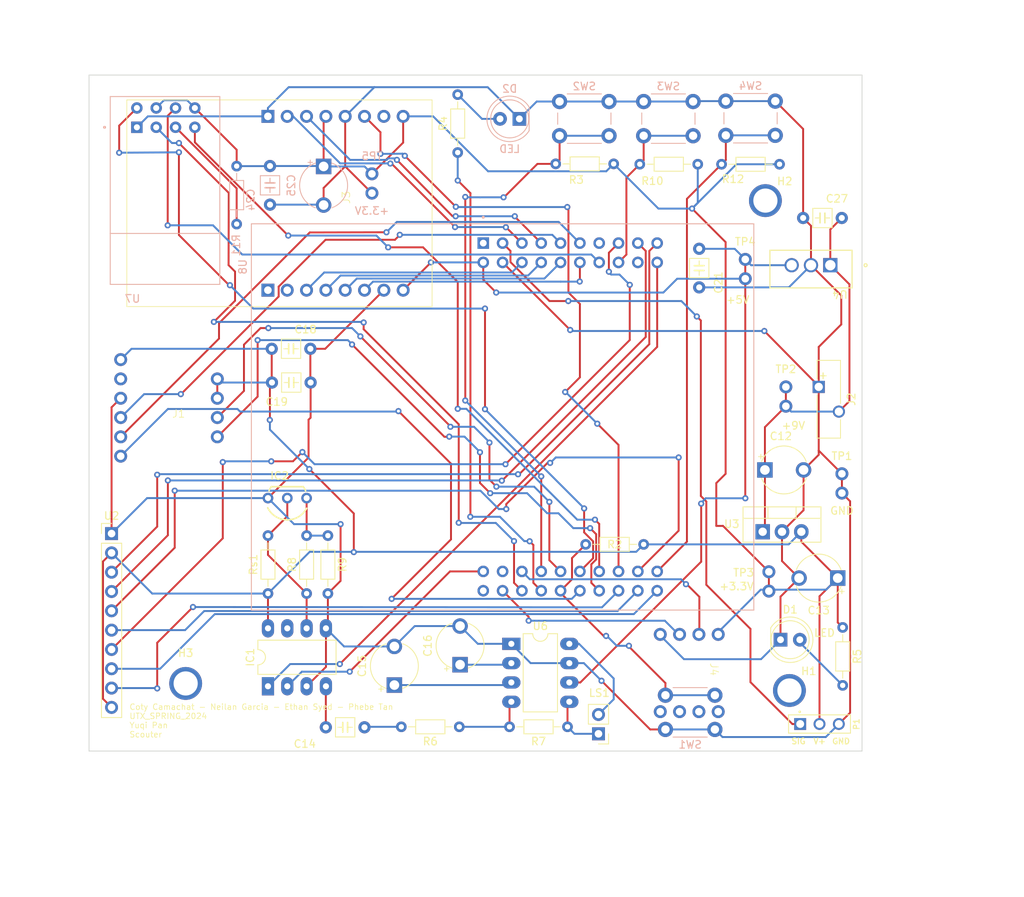
<source format=kicad_pcb>
(kicad_pcb (version 20221018) (generator pcbnew)
  (title_block (title "ECE 445L Lab 7 - Scouter") (date "2024-03-29") (rev "v1.0.0") (company "The University of Texas at Austin"))
  (layers (0 "F.Cu" signal) (31 "B.Cu" signal) (34 "B.Paste" user) (35 "F.Paste" user) (36 "B.SilkS" user "B.Silkscreen") (37 "F.SilkS" user "F.Silkscreen") (38 "B.Mask" user) (39 "F.Mask" user) (44 "Edge.Cuts" user))
  (net 0 "")
  (net 1 "VBUS")
  (net 2 "/Reset")
  (net 3 "PD6")
  (net 4 "PB7")
  (net 5 "PF4")
  (net 6 "PE3")
  (net 7 "PE2")
  (net 8 "PE1")
  (net 9 "PE0")
  (net 10 "PD7")
  (net 11 "PC7")
  (net 12 "PC6")
  (net 13 "PC5")
  (net 14 "PC4")
  (net 15 "PA2")
  (net 16 "PA3")
  (net 17 "PA4")
  (net 18 "PA5")
  (net 19 "PA6")
  (net 20 "PA7")
  (net 21 "PF0")
  (net 22 "PF1")
  (net 23 "PF2")
  (net 24 "PF3")
  (net 25 "PB0")
  (net 26 "PB1")
  (net 27 "PB2")
  (net 28 "PB3")
  (net 29 "PB5")
  (net 30 "PB4")
  (net 31 "PE4")
  (net 32 "PE5")
  (net 33 "PD0")
  (net 34 "PD1")
  (net 35 "PD2")
  (net 36 "PD3")
  (net 40 "Net-(D1-A)")
  (net 41 "Net-(D2-A)")
  (net 42 "GPIO4")
  (net 43 "GPIO2")
  (net 44 "+9V")
  (net 45 "+3.3V")
  (net 46 "GPIO16")
  (net 47 "Net-(IC1-OUTA)")
  (net 48 "Vz")
  (net 50 "Net-(IC2-Pad1)")
  (net 51 "Net-(U6-VO1)")
  (net 52 "Net-(U6-VO2)")
  (net 53 "Net-(U7-IO0)")
  (net 54 "Net-(U6-FC2)")
  (net 55 "Net-(U6-FC1)")
  (net 56 "Net-(U6-VIN)")
  (net 57 "Net-(C14-Pad2)")
  (net 58 "PB6")
  (net 59 "GND")
  (footprint "ECE445L:ti_LM4041CILPR" (layer "F.Cu") (at 92.098 96.273098 180)
    (fp_text reference "IC2")
    (fp_text value "LM4041CILPR")
  )
  (footprint "ECE445L:R_Axial_DIN0204_L3.6mm_D1.6mm_P7.62mm_Horizontal" (layer "F.Cu") (at 94.638 108.827 90)
    (fp_text reference "R8")
    (fp_text value "47k")
  )
  (footprint "ECE445L:R_Axial_DIN0204_L3.6mm_D1.6mm_P7.62mm_Horizontal" (layer "F.Cu") (at 114.496 50.829 90)
    (fp_text reference "R4")
    (fp_text value "470")
  )
  (footprint "ECE445L:Testpoint_1x02_P2.54mm" (layer "F.Cu") (at 155.3972 105.9638)
    (fp_text reference "TP3")
    (fp_text value "+3.3V")
  )
  (footprint "Battery:Battery_Panasonic_CR1025-VSK_Vertical_CircularHoles" (layer "F.Cu") (at 161.948 81.649 -90)
    (fp_text reference "J2")
    (fp_text value "Battery")
  )
  (footprint "our_symbols:XDCR_SEN-11574" (layer "F.Cu") (at 162.052 125.984 -90)
    (fp_text reference "P1")
    (fp_text value "SEN-11574")
  )
  (footprint "ECE445L:R_Axial_DIN0204_L3.6mm_D1.6mm_P7.62mm_Horizontal" (layer "F.Cu") (at 127.378 52.319)
    (fp_text reference "R3")
    (fp_text value "10k")
  )
  (footprint "ECE445L:R_Axial_DIN0204_L3.6mm_D1.6mm_P7.62mm_Horizontal" (layer "F.Cu") (at 149.178 52.369)
    (fp_text reference "R12")
    (fp_text value "10k")
  )
  (footprint "ECE445L:Testpoint_1x02_P2.54mm" (layer "F.Cu") (at 152.296 64.88)
    (fp_text reference "TP4")
    (fp_text value "+5V")
  )
  (footprint "ECE445L:MountingHole_4_40" (layer "F.Cu") (at 158.1 121.575)
    (fp_text reference "H1")
    (fp_text value "~")
  )
  (footprint "Connector_PinHeader_2.54mm:PinHeader_1x02_P2.54mm_Vertical" (layer "F.Cu") (at 133 127.275 180)
    (fp_text reference "LS1")
    (fp_text value "Speaker")
  )
  (footprint "ECE445L:R_Axial_DIN0204_L3.6mm_D1.6mm_P7.62mm_Horizontal" (layer "F.Cu") (at 114.704 126.353 180)
    (fp_text reference "R6")
    (fp_text value "10k")
  )
  (footprint "our_symbols:ESP32-CAM_v1" (layer "F.Cu") (at 100.343 56.737 90)
    (fp_text reference "J3")
    (fp_text value "Conn_02x08_Counter_Clockwise (ESP32 Cam)")
  )
  (footprint "ECE445L:CP_Radial_Tantal200mil" (layer "F.Cu") (at 164.448 106.795 180)
    (fp_text reference "C13")
    (fp_text value "4.7uF")
  )
  (footprint "ECE445L:LED_D5.0mm" (layer "F.Cu") (at 156.925 114.9)
    (fp_text reference "D1")
    (fp_text value "LED")
  )
  (footprint "ECE445L:R_Axial_DIN0204_L3.6mm_D1.6mm_P7.62mm_Horizontal" (layer "F.Cu") (at 128.928 126.353 180)
    (fp_text reference "R7")
    (fp_text value "3k")
  )
  (footprint "ECE445L:R_Axial_DIN0204_L3.6mm_D1.6mm_P7.62mm_Horizontal" (layer "F.Cu") (at 138.938 102.362 180)
    (fp_text reference "R2")
    (fp_text value "10k")
  )
  (footprint "ECE445L:DIP-8_W7.62mm_LongPads" (layer "F.Cu") (at 89.558 121.019 90)
    (fp_text reference "IC1")
    (fp_text value "TLV5618AIP")
  )
  (footprint "ECE445L:C_Axial_200mil" (layer "F.Cu") (at 159.89975 59.434)
    (fp_text reference "C27")
    (fp_text value "0.33uF")
  )
  (footprint "ECE445L:Testpoint_1x02_P2.54mm" (layer "F.Cu") (at 157.63 81.649)
    (fp_text reference "TP2")
    (fp_text value "+9V")
  )
  (footprint "ECE445L:C_Axial_200mil" (layer "F.Cu") (at 90.04975 76.634)
    (fp_text reference "C18")
    (fp_text value "100nF")
  )
  (footprint "ECE445L:CP_Radial_Tantal200mil" (layer "F.Cu") (at 154.876 92.571)
    (fp_text reference "C12")
    (fp_text value "4.7uF")
  )
  (footprint "Connector_PinHeader_2.54mm:PinHeader_1x10_P2.54mm_Vertical" (layer "F.Cu") (at 69 100.94)
    (fp_text reference "U2")
    (fp_text value "Adafruit ST7735R")
  )
  (footprint "ECE445L:R_Axial_DIN0204_L3.6mm_D1.6mm_P7.62mm_Horizontal" (layer "F.Cu") (at 89.558 108.827 90)
    (fp_text reference "Rs1")
    (fp_text value "1k")
  )
  (footprint "ECE445L:CP_Radial_Tantal200mil" (layer "F.Cu") (at 106.172 120.864 90)
    (fp_text reference "C15")
    (fp_text value "1.0uF")
  )
  (footprint "our_symbols:Breakout_LSM303AGR_IMU" (layer "F.Cu") (at 77.82 85.68)
    (fp_text reference "J1")
    (fp_text value "LSM303AGR_IMU")
  )
  (footprint "ECE445L:CP_Radial_Tantal200mil" (layer "F.Cu") (at 114.808 118.185 90)
    (fp_text reference "C16")
    (fp_text value "4.7 uF")
  )
  (footprint "our_symbols:MAX-30102_v1" (layer "F.Cu") (at 144.93 119.28 -90)
    (fp_text reference "J4")
    (fp_text value "MAX30102")
  )
  (footprint "Package_TO_SOT_THT:TO-220-3_Vertical" (layer "F.Cu") (at 154.582 100.699)
    (fp_text reference "U3")
    (fp_text value "LM2937xT")
  )
  (footprint "ECE445L:R_Axial_DIN0204_L3.6mm_D1.6mm_P7.62mm_Horizontal" (layer "F.Cu") (at 138.428 52.3636)
    (fp_text reference "R10")
    (fp_text value "10k")
  )
  (footprint "ECE445L:R_Axial_DIN0204_L3.6mm_D1.6mm_P7.62mm_Horizontal" (layer "F.Cu") (at 97.432 101.207 -90)
    (fp_text reference "R9")
    (fp_text value "10k")
  )
  (footprint "ECE445L:C_Axial_200mil" (layer "F.Cu") (at 146.239 63.48375 -90)
    (fp_text reference "C21")
    (fp_text value "0.1uF")
  )
  (footprint "ECE445L:C_Axial_200mil" (layer "F.Cu") (at 95.16225 81.076 180)
    (fp_text reference "C19")
    (fp_text value "10uF")
  )
  (footprint "Package_DIP:DIP-8_W7.62mm_LongPads" (layer "F.Cu") (at 121.547 115.441)
    (fp_text reference "U6")
    (fp_text value "MCP34119P")
  )
  (footprint "ECE445L:R_Axial_DIN0204_L3.6mm_D1.6mm_P7.62mm_Horizontal" (layer "F.Cu") (at 165.1 113.284 -90)
    (fp_text reference "R5")
    (fp_text value "470")
  )
  (footprint "ECE445L:MountingHole_4_40" (layer "F.Cu") (at 78.74 120.65)
    (fp_text reference "H3")
    (fp_text value "~")
  )
  (footprint "ECE445L:Testpoint_1x02_P2.54mm" (layer "F.Cu") (at 164.996 93.074)
    (fp_text reference "TP1")
    (fp_text value "GND")
  )
  (footprint "our_symbols:T03B_TEX" (layer "F.Cu") (at 163.472 65.647 180)
    (fp_text reference "U4")
    (fp_text value "LM78M05CT")
  )
  (footprint "ECE445L:C_Axial_200mil" (layer "F.Cu") (at 97.16175 126.418)
    (fp_text reference "C14")
    (fp_text value "0.1 uF")
  )
  (footprint "ECE445L:MountingHole_4_40" (layer "F.Cu") (at 154.94 57.15)
    (fp_text reference "H2")
    (fp_text value "~")
  )
  (footprint "footprints:ai_thinker_ESP8266_01" (layer "B.Cu") (at 76.138 55.819)
    (fp_text reference "U7")
    (fp_text value "ESP8266-01/ESP-01")
  )
  (footprint "ECE445L:ti_EKTM4C123GXL" (layer "B.Cu") (at 120.396 85.598 -90)
    (fp_text reference "U8")
    (fp_text value "EK-TM4C123GXL")
  )
  (footprint "Button_Switch_THT:SW_PUSH_6mm" (layer "B.Cu") (at 141.8 126.7)
    (fp_text reference "SW1")
    (fp_text value "Reset")
  )
  (footprint "ECE445L:Testpoint_1x02_P2.54mm" (layer "B.Cu") (at 103.222 53.628 180)
    (fp_text reference "TP5")
    (fp_text value "+3.3V")
  )
  (footprint "ECE445L:R_Axial_DIN0204_L3.6mm_D1.6mm_P7.62mm_Horizontal" (layer "B.Cu") (at 85.442 52.617 -90)
    (fp_text reference "R11")
    (fp_text value "10k")
  )
  (footprint "Button_Switch_THT:SW_PUSH_6mm" (layer "B.Cu") (at 134.388 44.119 180)
    (fp_text reference "SW2")
    (fp_text value "Input")
  )
  (footprint "ECE445L:CP_Radial_Tantal200mil" (layer "B.Cu") (at 96.872 52.657 -90)
    (fp_text reference "C25")
    (fp_text value "4.7uF")
  )
  (footprint "Button_Switch_THT:SW_PUSH_6mm" (layer "B.Cu") (at 156.238 44.069 180)
    (fp_text reference "SW4")
    (fp_text value "Input")
  )
  (footprint "ECE445L:C_Axial_200mil" (layer "B.Cu") (at 89.825 52.60075 -90)
    (fp_text reference "C24")
    (fp_text value "100nF")
  )
  (footprint "Button_Switch_THT:SW_PUSH_6mm" (layer "B.Cu") (at 145.438 44.119 180)
    (fp_text reference "SW3")
    (fp_text value "Input")
  )
  (footprint "ECE445L:LED_D5.0mm" (layer "B.Cu") (at 122.6 46.4 180)
    (fp_text reference "D2")
    (fp_text value "LED")
  )
  (gr_line (start 66.04 40.64) (end 66.04 129.54) (stroke (width 0.1)) (layer "Edge.Cuts"))
  (gr_line (start 66.04 40.64) (end 167.64 40.64) (stroke (width 0.1)) (layer "Edge.Cuts"))
  (gr_line (start 167.64 40.64) (end 167.64 129.54) (stroke (width 0.1)) (layer "Edge.Cuts"))
  (gr_line (start 167.64 129.54) (end 66.04 129.54) (stroke (width 0.1)) (layer "Edge.Cuts"))
  (gr_text "Coty Camachat - Neilan Garcia - Ethan Syed - Phebe Tan \nUTX_SPRING_2024\nYuqi Pan\nScouter" (at 71.3 127.8) (layer "F.SilkS") (effects (font (size 0.75 0.75) (thickness 0.1)) (justify left bottom)))
  (segment (start 152.4 96.3) (end 152.3 96.2) (width 0.25) (layer "F.Cu") (net 1))
  (segment (start 119.5578 69.2404) (end 117.856 67.5386) (width 0.25) (layer "F.Cu") (net 1))
  (segment (start 110.9726 65.278) (end 110.9726 65.2844) (width 0.25) (layer "F.Cu") (net 1))
  (segment (start 152.3 96.2) (end 152.3 96.3) (width 0.25) (layer "F.Cu") (net 1))
  (segment (start 117.856 67.5386) (end 117.856 65.278) (width 0.25) (layer "F.Cu") (net 1))
  (segment (start 152.296 96.196) (end 152.3 96.2) (width 0.25) (layer "F.Cu") (net 1))
  (segment (start 152.296 67.42) (end 152.296 96.196) (width 0.25) (layer "F.Cu") (net 1))
  (segment (start 129.167 120.521) (end 130.617 120.521) (width 0.25) (layer "F.Cu") (net 1))
  (segment (start 130.617 120.521) (end 146.5 104.638) (width 0.25) (layer "F.Cu") (net 1))
  (segment (start 152.3 96.3) (end 152.4 96.3) (width 0.25) (layer "F.Cu") (net 1))
  (segment (start 110.9726 65.2844) (end 107.328 68.929) (width 0.25) (layer "F.Cu") (net 1))
  (segment (start 152.296 64.88) (end 152.296 67.42) (width 0.25) (layer "F.Cu") (net 1))
  (segment (start 146.5 104.638) (end 146.5 97) (width 0.25) (layer "F.Cu") (net 1))
  (via (at 152.3 96.3) (size 0.8) (drill 0.4) (layers "F.Cu" "B.Cu") (net 1))
  (via (at 146.5 97) (size 0.8) (drill 0.4) (layers "F.Cu" "B.Cu") (net 1))
  (via (at 119.5578 69.2404) (size 0.8) (drill 0.4) (layers "F.Cu" "B.Cu") (net 1))
  (via (at 110.9726 65.278) (size 0.8) (drill 0.4) (layers "F.Cu" "B.Cu") (net 1))
  (segment (start 152.296 64.88) (end 150.89975 63.48375) (width 0.25) (layer "B.Cu") (net 1))
  (segment (start 141.5288 69.2404) (end 119.5578 69.2404) (width 0.25) (layer "B.Cu") (net 1))
  (segment (start 119.5578 69.2404) (end 119.5832 69.2404) (width 0.25) (layer "B.Cu") (net 1))
  (segment (start 152.3 96.3) (end 147.1 96.3) (width 0.25) (layer "B.Cu") (net 1))
  (segment (start 110.9726 65.278) (end 110.979 65.278) (width 0.25) (layer "B.Cu") (net 1))
  (segment (start 146.4 97) (end 146.5 96.9) (width 0.25) (layer "B.Cu") (net 1))
  (segment (start 143.3492 67.42) (end 141.5288 69.2404) (width 0.25) (layer "B.Cu") (net 1))
  (segment (start 146.5 96.9) (end 146.5 97) (width 0.25) (layer "B.Cu") (net 1))
  (segment (start 153.063 65.647) (end 152.296 64.88) (width 0.25) (layer "B.Cu") (net 1))
  (segment (start 147.1 96.3) (end 146.5 96.9) (width 0.25) (layer "B.Cu") (net 1))
  (segment (start 150.89975 63.48375) (end 146.239 63.48375) (width 0.25) (layer "B.Cu") (net 1))
  (segment (start 152.296 67.42) (end 143.3492 67.42) (width 0.25) (layer "B.Cu") (net 1))
  (segment (start 117.856 65.278) (end 110.9726 65.278) (width 0.25) (layer "B.Cu") (net 1))
  (segment (start 146.5 97) (end 146.4 97) (width 0.25) (layer "B.Cu") (net 1))
  (segment (start 158.392 65.647) (end 153.063 65.647) (width 0.25) (layer "B.Cu") (net 1))
  (segment (start 129.521 104.159) (end 129.521 106.953) (width 0.25) (layer "F.Cu") (net 2))
  (segment (start 137 115.8) (end 137 115.7) (width 0.25) (layer "F.Cu") (net 2))
  (segment (start 137 115.7) (end 136.9 115.7) (width 0.25) (layer "F.Cu") (net 2))
  (segment (start 141.8 122.2) (end 141.8 120.6) (width 0.25) (layer "F.Cu") (net 2))
  (segment (start 148.3 122.2) (end 148.083 121.983) (width 0.25) (layer "F.Cu") (net 2))
  (segment (start 136.9 115.7) (end 137 115.8) (width 0.25) (layer "F.Cu") (net 2))
  (segment (start 131.318 102.362) (end 129.521 104.159) (width 0.25) (layer "F.Cu") (net 2))
  (segment (start 133.669 114.4) (end 127.868 108.599) (width 0.25) (layer "F.Cu") (net 2))
  (segment (start 129.521 106.953) (end 128.016 108.458) (width 0.25) (layer "F.Cu") (net 2))
  (segment (start 141.8 120.6) (end 137 115.8) (width 0.25) (layer "F.Cu") (net 2))
  (segment (start 134 114.4) (end 133.669 114.4) (width 0.25) (layer "F.Cu") (net 2))
  (via (at 134 114.4) (size 0.8) (drill 0.4) (layers "F.Cu" "B.Cu") (net 2))
  (via (at 137 115.7) (size 0.8) (drill 0.4) (layers "F.Cu" "B.Cu") (net 2))
  (segment (start 141.8 122.2) (end 148.3 122.2) (width 0.25) (layer "B.Cu") (net 2))
  (segment (start 134 114.3) (end 134.1 114.4) (width 0.25) (layer "B.Cu") (net 2))
  (segment (start 137 115.7) (end 135.4 115.7) (width 0.25) (layer "B.Cu") (net 2))
  (segment (start 134.1 114.4) (end 134 114.4) (width 0.25) (layer "B.Cu") (net 2))
  (segment (start 134 114.4) (end 134 114.3) (width 0.25) (layer "B.Cu") (net 2))
  (segment (start 135.4 115.7) (end 134.1 114.4) (width 0.25) (layer "B.Cu") (net 2))
  (segment (start 104.3432 48.1642) (end 102.248 46.069) (width 0.25) (layer "F.Cu") (net 3))
  (segment (start 111.0394 54.753) (end 107.5436 51.2572) (width 0.25) (layer "F.Cu") (net 3))
  (segment (start 107.5436 51.2572) (end 107.5944 51.308) (width 0.25) (layer "F.Cu") (net 3))
  (segment (start 128.6256 82.3214) (end 130.556 80.391) (width 0.25) (layer "F.Cu") (net 3))
  (segment (start 130.556 80.391) (end 130.556 70.739) (width 0.25) (layer "F.Cu") (net 3))
  (segment (start 128.903 58.103) (end 128.9 58.1) (width 0.25) (layer "F.Cu") (net 3))
  (segment (start 135.636 89.281) (end 135.636 105.918) (width 0.25) (layer "F.Cu") (net 3))
  (segment (start 114.2492 57.9628) (end 111.0394 54.753) (width 0.25) (layer "F.Cu") (net 3))
  (segment (start 128.9 58) (end 129.051 58.151) (width 0.25) (layer "F.Cu") (net 3))
  (segment (start 129.051 69.234) (end 130.556 70.739) (width 0.25) (layer "F.Cu") (net 3))
  (segment (start 128.8 58) (end 128.9 58.1) (width 0.25) (layer "F.Cu") (net 3))
  (segment (start 132.842 86.487) (end 135.636 89.281) (width 0.25) (layer "F.Cu") (net 3))
  (segment (start 129.051 58.151) (end 129.051 69.234) (width 0.25) (layer "F.Cu") (net 3))
  (segment (start 128.9 58) (end 128.8 58) (width 0.25) (layer "F.Cu") (net 3))
  (segment (start 128.9 58.1) (end 128.9 58) (width 0.25) (layer "F.Cu") (net 3))
  (segment (start 104.3432 51.0032) (end 104.3432 48.1642) (width 0.25) (layer "F.Cu") (net 3))
  (via (at 128.9 58) (size 0.8) (drill 0.4) (layers "F.Cu" "B.Cu") (net 3))
  (via (at 114.2492 57.9628) (size 0.8) (drill 0.4) (layers "F.Cu" "B.Cu") (net 3))
  (via (at 128.6256 82.3214) (size 0.8) (drill 0.4) (layers "F.Cu" "B.Cu") (net 3))
  (via (at 132.842 86.487) (size 0.8) (drill 0.4) (layers "F.Cu" "B.Cu") (net 3))
  (via (at 104.3432 51.0032) (size 0.8) (drill 0.4) (layers "F.Cu" "B.Cu") (net 3))
  (via (at 107.5436 51.2572) (size 0.8) (drill 0.4) (layers "F.Cu" "B.Cu") (net 3))
  (segment (start 114.2492 57.9628) (end 114.212 58) (width 0.25) (layer "B.Cu") (net 3))
  (segment (start 128.6256 82.3214) (end 128.6002 82.3468) (width 0.25) (layer "B.Cu") (net 3))
  (segment (start 128.9 58) (end 114.2864 58) (width 0.25) (layer "B.Cu") (net 3))
  (segment (start 130.556 84.201) (end 132.842 86.487) (width 0.25) (layer "B.Cu") (net 3))
  (segment (start 114.2864 58) (end 114.2492 57.9628) (width 0.25) (layer "B.Cu") (net 3))
  (segment (start 130.556 84.201) (end 128.7018 82.3468) (width 0.25) (layer "B.Cu") (net 3))
  (segment (start 114.212 58) (end 114.179 58) (width 0.25) (layer "B.Cu") (net 3))
  (segment (start 107.5436 51.2572) (end 107.2642 50.9778) (width 0.25) (layer "B.Cu") (net 3))
  (segment (start 107.2642 50.9778) (end 104.3432 51.0032) (width 0.25) (layer "B.Cu") (net 3))
  (segment (start 128.7018 82.3468) (end 128.6256 82.3214) (width 0.25) (layer "B.Cu") (net 3))
  (segment (start 104.3432 51.0032) (end 104.3686 50.9778) (width 0.25) (layer "B.Cu") (net 3))
  (segment (start 106.7054 84.836) (end 113.6142 91.7448) (width 0.25) (layer "F.Cu") (net 4))
  (segment (start 105.8164 109.4994) (end 105.8164 109.5248) (width 0.25) (layer "F.Cu") (net 4))
  (segment (start 105.791 109.5248) (end 105.8418 109.474) (width 0.25) (layer "F.Cu") (net 4))
  (segment (start 113.6142 101.7016) (end 105.8164 109.4994) (width 0.25) (layer "F.Cu") (net 4))
  (segment (start 113.6142 91.7448) (end 113.6142 101.7016) (width 0.25) (layer "F.Cu") (net 4))
  (segment (start 105.8164 109.5248) (end 105.791 109.5248) (width 0.25) (layer "F.Cu") (net 4))
  (via (at 106.7054 84.836) (size 0.8) (drill 0.4) (layers "F.Cu" "B.Cu") (net 4))
  (via (at 105.8164 109.5248) (size 0.8) (drill 0.4) (layers "F.Cu" "B.Cu") (net 4))
  (segment (start 76.405 84.555) (end 70.2 90.76) (width 0.25) (layer "B.Cu") (net 4))
  (segment (start 106.7614 84.892) (end 106.8526 84.892) (width 0.25) (layer "B.Cu") (net 4))
  (segment (start 85.8826 84.892) (end 106.6494 84.892) (width 0.25) (layer "B.Cu") (net 4))
  (segment (start 105.8164 109.5248) (end 129.4892 109.5248) (width 0.25) (layer "B.Cu") (net 4))
  (segment (start 129.4892 109.5248) (end 130.556 108.458) (width 0.25) (layer "B.Cu") (net 4))
  (segment (start 106.6494 84.892) (end 106.7054 84.836) (width 0.25) (layer "B.Cu") (net 4))
  (segment (start 106.8526 84.892) (end 106.8578 84.8868) (width 0.25) (layer "B.Cu") (net 4))
  (segment (start 85.8826 84.892) (end 85.5456 84.555) (width 0.25) (layer "B.Cu") (net 4))
  (segment (start 106.7054 84.836) (end 106.7614 84.892) (width 0.25) (layer "B.Cu") (net 4))
  (segment (start 85.5456 84.555) (end 76.405 84.555) (width 0.25) (layer "B.Cu") (net 4))
  (segment (start 144.625 56.922) (end 144.625 102.009) (width 0.25) (layer "F.Cu") (net 5))
  (segment (start 144.625 102.009) (end 140.716 105.918) (width 0.25) (layer "F.Cu") (net 5))
  (segment (start 149.178 52.369) (end 144.625 56.922) (width 0.25) (layer "F.Cu") (net 5))
  (segment (start 149.738 48.569) (end 149.738 51.809) (width 0.25) (layer "F.Cu") (net 5))
  (segment (start 149.738 51.809) (end 149.178 52.369) (width 0.25) (layer "F.Cu") (net 5))
  (segment (start 156.238 48.569) (end 149.738 48.569) (width 0.25) (layer "B.Cu") (net 5))
  (segment (start 136.671 64.243) (end 135.636 65.278) (width 0.25) (layer "F.Cu") (net 7))
  (segment (start 138.938 51.8536) (end 138.428 52.3636) (width 0.25) (layer "F.Cu") (net 7))
  (segment (start 138.428 52.3636) (end 136.671 54.1206) (width 0.25) (layer "F.Cu") (net 7))
  (segment (start 136.671 54.1206) (end 136.671 64.243) (width 0.25) (layer "F.Cu") (net 7))
  (segment (start 138.938 48.619) (end 138.938 51.8536) (width 0.25) (layer "F.Cu") (net 7))
  (segment (start 145.438 48.619) (end 138.938 48.619) (width 0.25) (layer "B.Cu") (net 7))
  (segment (start 77.408 44.969) (end 76.383 45.994) (width 0.25) (layer "F.Cu") (net 8))
  (segment (start 76.3778 60.4012) (end 76.383 60.381) (width 0.25) (layer "F.Cu") (net 8))
  (segment (start 76.383 45.994) (end 76.3778 60.4012) (width 0.25) (layer "F.Cu") (net 8))
  (via (at 76.3778 60.4012) (size 0.8) (drill 0.4) (layers "F.Cu" "B.Cu") (net 8))
  (segment (start 86.178778 64.243) (end 132.061 64.243) (width 0.25) (layer "B.Cu") (net 8))
  (segment (start 76.3778 60.4012) (end 82.336978 60.4012) (width 0.25) (layer "B.Cu") (net 8))
  (segment (start 132.061 64.243) (end 133.096 65.278) (width 0.25) (layer "B.Cu") (net 8))
  (segment (start 82.336978 60.4012) (end 86.178778 64.243) (width 0.25) (layer "B.Cu") (net 8))
  (segment (start 114.6302 86.5632) (end 102.1334 74.0664) (width 0.25) (layer "F.Cu") (net 9))
  (segment (start 121.8946 101.9302) (end 121.901 101.9238) (width 0.25) (layer "F.Cu") (net 9))
  (segment (start 77.851 49.5808) (end 84.4042 56.134) (width 0.25) (layer "F.Cu") (net 9))
  (segment (start 114.6302 99.5172) (end 114.6302 86.5632) (width 0.25) (layer "F.Cu") (net 9))
  (segment (start 85.2316 66.4864) (end 84.3788 65.6336) (width 0.25) (layer "F.Cu") (net 9))
  (segment (start 85.2316 70.318) (end 85.2316 66.4864) (width 0.25) (layer "F.Cu") (net 9))
  (segment (start 102.1334 74.0664) (end 102.1334 73.1774) (width 0.25) (layer "F.Cu") (net 9))
  (segment (start 84.4042 56.134) (end 84.3788 65.6336) (width 0.25) (layer "F.Cu") (net 9))
  (segment (start 121.901 107.423) (end 121.901 101.9366) (width 0.25) (layer "F.Cu") (net 9))
  (segment (start 121.901 101.9238) (end 121.901 101.8604) (width 0.25) (layer "F.Cu") (net 9))
  (segment (start 121.901 101.9366) (end 121.8946 101.9302) (width 0.25) (layer "F.Cu") (net 9))
  (segment (start 122.936 108.458) (end 121.901 107.423) (width 0.25) (layer "F.Cu") (net 9))
  (segment (start 82.4484 73.1012) (end 85.2316 70.318) (width 0.25) (layer "F.Cu") (net 9))
  (via (at 82.4484 73.1012) (size 0.8) (drill 0.4) (layers "F.Cu" "B.Cu") (net 9))
  (via (at 102.1334 73.1774) (size 0.8) (drill 0.4) (layers "F.Cu" "B.Cu") (net 9))
  (via (at 114.6302 99.5172) (size 0.8) (drill 0.4) (layers "F.Cu" "B.Cu") (net 9))
  (via (at 121.8946 101.9302) (size 0.8) (drill 0.4) (layers "F.Cu" "B.Cu") (net 9))
  (via (at 77.851 49.5808) (size 0.8) (drill 0.4) (layers "F.Cu" "B.Cu") (net 9))
  (segment (start 119.507 99.5426) (end 114.6556 99.5426) (width 0.25) (layer "B.Cu") (net 9))
  (segment (start 82.4484 73.1012) (end 82.4738 73.1012) (width 0.25) (layer "B.Cu") (net 9))
  (segment (start 102.1334 73.1774) (end 102.0572 73.1012) (width 0.25) (layer "B.Cu") (net 9))
  (segment (start 74.868 47.509) (end 76.9398 49.5808) (width 0.25) (layer "B.Cu") (net 9))
  (segment (start 114.6302 99.5172) (end 114.6048 99.5426) (width 0.25) (layer "B.Cu") (net 9))
  (segment (start 114.6048 99.5426) (end 114.5286 99.5426) (width 0.25) (layer "B.Cu") (net 9))
  (segment (start 114.6556 99.5426) (end 114.6302 99.5172) (width 0.25) (layer "B.Cu") (net 9))
  (segment (start 121.8946 101.9302) (end 119.507 99.5426) (width 0.25) (layer "B.Cu") (net 9))
  (segment (start 102.0572 73.1012) (end 82.4484 73.1012) (width 0.25) (layer "B.Cu") (net 9))
  (segment (start 76.9398 49.5808) (end 77.851 49.5808) (width 0.25) (layer "B.Cu") (net 9))
  (segment (start 77.851 49.5808) (end 77.8764 49.5808) (width 0.25) (layer "B.Cu") (net 9))
  (segment (start 126.299405 91.6432) (end 120.8786 97.064005) (width 0.25) (layer "F.Cu") (net 10))
  (segment (start 126.6444 91.6432) (end 126.299405 91.6432) (width 0.25) (layer "F.Cu") (net 10))
  (segment (start 77.3 102.8) (end 69 111.1) (width 0.25) (layer "F.Cu") (net 10))
  (segment (start 120.8786 97.064005) (end 120.8786 97.7138) (width 0.25) (layer "F.Cu") (net 10))
  (segment (start 120.8786 97.7138) (end 120.8786 97.7646) (width 0.25) (layer "F.Cu") (net 10))
  (segment (start 77.3 95.298098) (end 77.3 102.8) (width 0.25) (layer "F.Cu") (net 10))
  (segment (start 143.5354 90.932) (end 143.5354 91.186) (width 0.25) (layer "F.Cu") (net 10))
  (segment (start 143.5354 100.5586) (end 143.5354 90.932) (width 0.25) (layer "F.Cu") (net 10))
  (segment (start 138.176 105.918) (end 143.5354 100.5586) (width 0.25) (layer "F.Cu") (net 10))
  (via (at 77.3 95.298098) (size 0.8) (drill 0.4) (layers "F.Cu" "B.Cu") (net 10))
  (via (at 120.8786 97.7138) (size 0.8) (drill 0.4) (layers "F.Cu" "B.Cu") (net 10))
  (via (at 143.5354 90.932) (size 0.8) (drill 0.4) (layers "F.Cu" "B.Cu") (net 10))
  (via (at 126.6444 91.6432) (size 0.8) (drill 0.4) (layers "F.Cu" "B.Cu") (net 10))
  (segment (start 77.3 95.298098) (end 117.482903 95.298098) (width 0.25) (layer "B.Cu") (net 10))
  (segment (start 117.482903 95.298098) (end 119.898605 97.7138) (width 0.25) (layer "B.Cu") (net 10))
  (segment (start 119.898605 97.7138) (end 120.8786 97.7138) (width 0.25) (layer "B.Cu") (net 10))
  (segment (start 126.6444 91.6432) (end 126.6444 91.6686) (width 0.25) (layer "B.Cu") (net 10))
  (segment (start 143.5354 90.932) (end 127.381 90.932) (width 0.25) (layer "B.Cu") (net 10))
  (segment (start 127.381 90.932) (end 126.6698 91.6432) (width 0.25) (layer "B.Cu") (net 10))
  (segment (start 126.6444 91.6686) (end 126.6952 91.6178) (width 0.25) (layer "B.Cu") (net 10))
  (segment (start 126.6698 91.6432) (end 126.6444 91.6432) (width 0.25) (layer "B.Cu") (net 10))
  (segment (start 92.202 61.737314) (end 92.2274 61.7474) (width 0.25) (layer "F.Cu") (net 11))
  (segment (start 114.5032 67.854005) (end 114.5032 84.5312) (width 0.25) (layer "F.Cu") (net 11))
  (segment (start 79.948 49.483314) (end 92.202 61.737314) (width 0.25) (layer "F.Cu") (net 11))
  (segment (start 105.3592 63.2968) (end 109.945995 63.2968) (width 0.25) (layer "F.Cu") (net 11))
  (segment (start 132.5372 99.1108) (end 133.096 99.6696) (width 0.25) (layer "F.Cu") (net 11))
  (segment (start 92.2274 61.7474) (end 92.202 61.7982) (width 0.25) (layer "F.Cu") (net 11))
  (segment (start 109.945995 63.2968) (end 114.5032 67.854005) (width 0.25) (layer "F.Cu") (net 11))
  (segment (start 79.948 47.509) (end 79.948 49.483314) (width 0.25) (layer "F.Cu") (net 11))
  (segment (start 133.096 99.6696) (end 133.096 105.918) (width 0.25) (layer "F.Cu") (net 11))
  (segment (start 114.5032 84.5312) (end 114.5032 84.4804) (width 0.25) (layer "F.Cu") (net 11))
  (via (at 114.5032 84.5312) (size 0.8) (drill 0.4) (layers "F.Cu" "B.Cu") (net 11))
  (via (at 92.2274 61.7474) (size 0.8) (drill 0.4) (layers "F.Cu" "B.Cu") (net 11))
  (via (at 105.3592 63.2968) (size 0.8) (drill 0.4) (layers "F.Cu" "B.Cu") (net 11))
  (via (at 132.5372 99.1108) (size 0.8) (drill 0.4) (layers "F.Cu" "B.Cu") (net 11))
  (segment (start 130.211005 99.1108) (end 132.5372 99.1108) (width 0.25) (layer "B.Cu") (net 11))
  (segment (start 114.5032 84.5312) (end 114.771995 84.5312) (width 0.25) (layer "B.Cu") (net 11))
  (segment (start 92.2274 61.7474) (end 103.8098 61.7474) (width 0.25) (layer "B.Cu") (net 11))
  (segment (start 114.5032 84.5312) (end 115.631405 84.5312) (width 0.25) (layer "B.Cu") (net 11))
  (segment (start 132.5372 99.1108) (end 132.4864 99.1108) (width 0.25) (layer "B.Cu") (net 11))
  (segment (start 105.3592 63.2968) (end 105.3084 63.246) (width 0.25) (layer "B.Cu") (net 11))
  (segment (start 103.8098 61.7474) (end 105.3592 63.2968) (width 0.25) (layer "B.Cu") (net 11))
  (segment (start 115.631405 84.5312) (end 130.211005 99.1108) (width 0.25) (layer "B.Cu") (net 11))
  (segment (start 72.328 44.969) (end 70.0024 47.2946) (width 0.25) (layer "F.Cu") (net 12))
  (segment (start 70.0024 50.8508) (end 70.0024 50.9524) (width 0.25) (layer "F.Cu") (net 12))
  (segment (start 77.851 61.6712) (end 84.455 68.2752) (width 0.25) (layer "F.Cu") (net 12))
  (segment (start 84.455 68.2752) (end 84.5566 68.2752) (width 0.25) (layer "F.Cu") (net 12))
  (segment (start 132.293 104.181) (end 130.556 105.918) (width 0.25) (layer "F.Cu") (net 12))
  (segment (start 131.1148 97.6376) (end 131.1148 100.779941) (width 0.25) (layer "F.Cu") (net 12))
  (segment (start 118.0846 71.3486) (end 118.0846 84.582) (width 0.25) (layer "F.Cu") (net 12))
  (segment (start 131.1148 100.779941) (end 132.293 101.958141) (width 0.25) (layer "F.Cu") (net 12))
  (segment (start 84.5566 68.2752) (end 84.5566 68.3768) (width 0.25) (layer "F.Cu") (net 12))
  (segment (start 77.851 50.8) (end 77.851 61.6712) (width 0.25) (layer "F.Cu") (net 12))
  (segment (start 132.293 101.958141) (end 132.293 104.181) (width 0.25) (layer "F.Cu") (net 12))
  (segment (start 84.5566 68.3768) (end 84.4804 68.3006) (width 0.25) (layer "F.Cu") (net 12))
  (segment (start 118.0846 84.582) (end 118.0846 84.5058) (width 0.25) (layer "F.Cu") (net 12))
  (segment (start 70.0024 47.2946) (end 70.0024 50.8508) (width 0.25) (layer "F.Cu") (net 12))
  (via (at 118.0846 71.3486) (size 0.8) (drill 0.4) (layers "F.Cu" "B.Cu") (net 12))
  (via (at 131.1148 97.6376) (size 0.8) (drill 0.4) (layers "F.Cu" "B.Cu") (net 12))
  (via (at 77.851 50.8) (size 0.8) (drill 0.4) (layers "F.Cu" "B.Cu") (net 12))
  (via (at 84.5566 68.2752) (size 0.8) (drill 0.4) (layers "F.Cu" "B.Cu") (net 12))
  (via (at 118.0846 84.582) (size 0.8) (drill 0.4) (layers "F.Cu" "B.Cu") (net 12))
  (via (at 70.0024 50.8508) (size 0.8) (drill 0.4) (layers "F.Cu" "B.Cu") (net 12))
  (segment (start 77.851 50.8) (end 77.8002 50.8508) (width 0.25) (layer "B.Cu") (net 12))
  (segment (start 70.0024 50.8508) (end 77.851 50.8) (width 0.25) (layer "B.Cu") (net 12))
  (segment (start 87.63 71.3486) (end 118.0846 71.3486) (width 0.25) (layer "B.Cu") (net 12))
  (segment (start 84.5566 68.2752) (end 87.63 71.3486) (width 0.25) (layer "B.Cu") (net 12))
  (segment (start 118.0846 84.582) (end 131.0894 97.5868) (width 0.25) (layer "B.Cu") (net 12))
  (segment (start 118.0846 71.3486) (end 118.0592 71.3486) (width 0.25) (layer "B.Cu") (net 12))
  (segment (start 131.1148 97.6376) (end 131.0894 97.6122) (width 0.25) (layer "B.Cu") (net 12))
  (segment (start 131.0894 97.5868) (end 131.1148 97.6376) (width 0.25) (layer "B.Cu") (net 12))
  (segment (start 88.586 73.914) (end 89.6112 73.914) (width 0.25) (layer "F.Cu") (net 13))
  (segment (start 118.6688 93.853) (end 119.5832 94.7674) (width 0.25) (layer "F.Cu") (net 13))
  (segment (start 126.5428 104.4448) (end 128.016 105.918) (width 0.25) (layer "F.Cu") (net 13))
  (segment (start 119.5832 94.7674) (end 119.5451 94.7293) (width 0.25) (layer "F.Cu") (net 13))
  (segment (start 86.4 76.1) (end 88.586 73.914) (width 0.25) (layer "F.Cu") (net 13))
  (segment (start 82.9 85.68) (end 86.4 82.18) (width 0.25) (layer "F.Cu") (net 13))
  (segment (start 126.5428 96.774) (end 126.5428 104.4448) (width 0.25) (layer "F.Cu") (net 13))
  (segment (start 101.7016 75.0062) (end 113.538 86.8426) (width 0.25) (layer "F.Cu") (net 13))
  (segment (start 113.538 86.8426) (end 113.538 86.8934) (width 0.25) (layer "F.Cu") (net 13))
  (segment (start 118.6688 88.9762) (end 118.6688 93.853) (width 0.25) (layer "F.Cu") (net 13))
  (segment (start 86.4 82.18) (end 86.4 76.1) (width 0.25) (layer "F.Cu") (net 13))
  (via (at 119.5832 94.7674) (size 0.8) (drill 0.4) (layers "F.Cu" "B.Cu") (net 13))
  (via (at 118.6688 88.9762) (size 0.8) (drill 0.4) (layers "F.Cu" "B.Cu") (net 13))
  (via (at 113.538 86.8934) (size 0.8) (drill 0.4) (layers "F.Cu" "B.Cu") (net 13))
  (via (at 126.5428 96.774) (size 0.8) (drill 0.4) (layers "F.Cu" "B.Cu") (net 13))
  (via (at 89.6112 73.914) (size 0.8) (drill 0.4) (layers "F.Cu" "B.Cu") (net 13))
  (via (at 101.7016 75.0062) (size 0.8) (drill 0.4) (layers "F.Cu" "B.Cu") (net 13))
  (segment (start 116.6368 86.8934) (end 118.6688 88.9254) (width 0.25) (layer "B.Cu") (net 13))
  (segment (start 101.7016 75.0062) (end 101.6762 74.9808) (width 0.25) (layer "B.Cu") (net 13))
  (segment (start 124.5362 94.7674) (end 126.5428 96.774) (width 0.25) (layer "B.Cu") (net 13))
  (segment (start 119.5832 94.7674) (end 124.5362 94.7674) (width 0.25) (layer "B.Cu") (net 13))
  (segment (start 118.6688 88.9254) (end 118.6688 88.9762) (width 0.25) (layer "B.Cu") (net 13))
  (segment (start 118.6688 88.9762) (end 118.7196 88.9762) (width 0.25) (layer "B.Cu") (net 13))
  (segment (start 118.7196 88.9762) (end 118.6434 88.9) (width 0.25) (layer "B.Cu") (net 13))
  (segment (start 116.1288 86.8934) (end 116.6368 86.8934) (width 0.25) (layer "B.Cu") (net 13))
  (segment (start 89.6112 73.914) (end 100.6094 73.914) (width 0.25) (layer "B.Cu") (net 13))
  (segment (start 100.6094 73.914) (end 101.7016 75.0062) (width 0.25) (layer "B.Cu") (net 13))
  (segment (start 126.5428 96.774) (end 126.4158 96.647) (width 0.25) (layer "B.Cu") (net 13))
  (segment (start 113.538 86.8934) (end 116.1288 86.8934) (width 0.25) (layer "B.Cu") (net 13))
  (segment (start 124.973 52.319) (end 120.5738 56.7182) (width 0.25) (layer "F.Cu") (net 14))
  (segment (start 125.476 93.4212) (end 125.476 105.918) (width 0.25) (layer "F.Cu") (net 14))
  (segment (start 120.5738 56.7182) (end 120.523 56.7182) (width 0.25) (layer "F.Cu") (net 14))
  (segment (start 127.378 52.319) (end 124.973 52.319) (width 0.25) (layer "F.Cu") (net 14))
  (segment (start 127.888 48.619) (end 127.888 51.809) (width 0.25) (layer "F.Cu") (net 14))
  (segment (start 127.888 51.809) (end 127.378 52.319) (width 0.25) (layer "F.Cu") (net 14))
  (segment (start 120.523 56.769) (end 120.5738 56.7182) (width 0.25) (layer "F.Cu") (net 14))
  (segment (start 120.523 56.7182) (end 120.523 56.769) (width 0.25) (layer "F.Cu") (net 14))
  (segment (start 115.4938 83.439) (end 115.4938 56.6674) (width 0.25) (layer "F.Cu") (net 14))
  (via (at 115.4938 56.6674) (size 0.8) (drill 0.4) (layers "F.Cu" "B.Cu") (net 14))
  (via (at 125.476 93.4212) (size 0.8) (drill 0.4) (layers "F.Cu" "B.Cu") (net 14))
  (via (at 120.523 56.7182) (size 0.8) (drill 0.4) (layers "F.Cu" "B.Cu") (net 14))
  (via (at 115.4938 83.439) (size 0.8) (drill 0.4) (layers "F.Cu" "B.Cu") (net 14))
  (segment (start 120.523 56.7182) (end 117.4496 56.7182) (width 0.25) (layer "B.Cu") (net 14))
  (segment (start 134.388 48.619) (end 127.888 48.619) (width 0.25) (layer "B.Cu") (net 14))
  (segment (start 117.4496 56.7182) (end 115.6462 56.7182) (width 0.25) (layer "B.Cu") (net 14))
  (segment (start 125.476 93.4212) (end 125.4506 93.3958) (width 0.25) (layer "B.Cu") (net 14))
  (segment (start 115.4938 56.6674) (end 115.5192 56.6928) (width 0.25) (layer "B.Cu") (net 14))
  (segment (start 115.5446 56.7182) (end 115.4938 56.6674) (width 0.25) (layer "B.Cu") (net 14))
  (segment (start 115.4938 83.439) (end 125.476 93.4212) (width 0.25) (layer "B.Cu") (net 14))
  (segment (start 75.38 118.72) (end 82.5686 111.5314) (width 0.25) (layer "B.Cu") (net 15))
  (segment (start 82.5686 111.5314) (end 137.6426 111.5314) (width 0.25) (layer "B.Cu") (net 15))
  (segment (start 137.6426 111.5314) (end 140.716 108.458) (width 0.25) (layer "B.Cu") (net 15))
  (segment (start 69 118.72) (end 75.38 118.72) (width 0.25) (layer "B.Cu") (net 15))
  (segment (start 78.66 113.64) (end 78.54 113.64) (width 0.25) (layer "B.Cu") (net 16))
  (segment (start 78.54 113.64) (end 69 113.64) (width 0.25) (layer "B.Cu") (net 16))
  (segment (start 138.176 108.458) (end 135.509 111.125) (width 0.25) (layer "B.Cu") (net 16))
  (segment (start 81.175 111.125) (end 78.66 113.64) (width 0.25) (layer "B.Cu") (net 16))
  (segment (start 135.509 111.125) (end 81.175 111.125) (width 0.25) (layer "B.Cu") (net 16))
  (segment (start 79.7 110.6) (end 75 115.3) (width 0.25) (layer "F.Cu") (net 17))
  (segment (start 75 115.3) (end 75 121.3) (width 0.25) (layer "F.Cu") (net 17))
  (via (at 79.7 110.6) (size 0.8) (drill 0.4) (layers "F.Cu" "B.Cu") (net 17))
  (via (at 75 121.3) (size 0.8) (drill 0.4) (layers "F.Cu" "B.Cu") (net 17))
  (segment (start 133.4516 110.6424) (end 79.7 110.6) (width 0.25) (layer "B.Cu") (net 17))
  (segment (start 135.636 108.458) (end 133.4516 110.6424) (width 0.25) (layer "B.Cu") (net 17))
  (segment (start 74.96 121.26) (end 69 121.26) (width 0.25) (layer "B.Cu") (net 17))
  (segment (start 79.7 110.6) (end 79.7306 110.6424) (width 0.25) (layer "B.Cu") (net 17))
  (segment (start 75 121.3) (end 74.96 121.26) (width 0.25) (layer "B.Cu") (net 17))
  (segment (start 137.1092 75.4888) (end 137.1092 68.2244) (width 0.25) (layer "F.Cu") (net 18))
  (segment (start 94.0816 90.1954) (end 94.0308 90.2462) (width 0.25) (layer "F.Cu") (net 18))
  (segment (start 89.9922 91.44) (end 92.837 91.44) (width 0.25) (layer "F.Cu") (net 18))
  (segment (start 92.837 91.44) (end 94.0562 90.2208) (width 0.25) (layer "F.Cu") (net 18))
  (segment (start 83.6168 91.5416) (end 83.566 91.4908) (width 0.25) (layer "F.Cu") (net 18))
  (segment (start 134.366 64.008) (end 135.636 62.738) (width 0.25) (layer "F.Cu") (net 18))
  (segment (start 134.366 66.4972) (end 134.366 64.008) (width 0.25) (layer "F.Cu") (net 18))
  (segment (start 83.6168 101.5632) (end 83.6168 91.5416) (width 0.25) (layer "F.Cu") (net 18))
  (segment (start 137.1092 68.2244) (end 137.1092 68.2498) (width 0.25) (layer "F.Cu") (net 18))
  (segment (start 120.777 91.821) (end 137.1092 75.4888) (width 0.25) (layer "F.Cu") (net 18))
  (segment (start 69 116.18) (end 83.6168 101.5632) (width 0.25) (layer "F.Cu") (net 18))
  (segment (start 94.0816 90.2208) (end 94.0816 90.1954) (width 0.25) (layer "F.Cu") (net 18))
  (segment (start 94.0562 90.2208) (end 94.0816 90.2208) (width 0.25) (layer "F.Cu") (net 18))
  (via (at 120.777 91.821) (size 0.8) (drill 0.4) (layers "F.Cu" "B.Cu") (net 18))
  (via (at 83.6168 91.5416) (size 0.8) (drill 0.4) (layers "F.Cu" "B.Cu") (net 18))
  (via (at 89.9922 91.44) (size 0.8) (drill 0.4) (layers "F.Cu" "B.Cu") (net 18))
  (via (at 137.1092 68.2244) (size 0.8) (drill 0.4) (layers "F.Cu" "B.Cu") (net 18))
  (via (at 134.366 66.4972) (size 0.8) (drill 0.4) (layers "F.Cu" "B.Cu") (net 18))
  (via (at 94.0816 90.2208) (size 0.8) (drill 0.4) (layers "F.Cu" "B.Cu") (net 18))
  (segment (start 134.366 66.4972) (end 134.3406 66.5226) (width 0.25) (layer "B.Cu") (net 18))
  (segment (start 83.7184 91.44) (end 89.9922 91.44) (width 0.25) (layer "B.Cu") (net 18))
  (segment (start 134.3406 66.548) (end 134.366 66.4972) (width 0.25) (layer "B.Cu") (net 18))
  (segment (start 137.1092 68.2244) (end 135.763 66.8782) (width 0.25) (layer "B.Cu") (net 18))
  (segment (start 95.6818 91.821) (end 120.777 91.821) (width 0.25) (layer "B.Cu") (net 18))
  (segment (start 83.6168 91.5416) (end 83.7184 91.44) (width 0.25) (layer "B.Cu") (net 18))
  (segment (start 94.0816 90.2208) (end 95.6818 91.821) (width 0.25) (layer "B.Cu") (net 18))
  (segment (start 135.763 66.8782) (end 134.6708 66.8782) (width 0.25) (layer "B.Cu") (net 18))
  (segment (start 134.6708 66.8782) (end 134.3406 66.548) (width 0.25) (layer "B.Cu") (net 18))
  (segment (start 76.4 93.9546) (end 76.4 101.16) (width 0.25) (layer "F.Cu") (net 19))
  (segment (start 138.176 62.738) (end 139.211 63.773) (width 0.25) (layer "F.Cu") (net 19))
  (segment (start 139.211 63.773) (end 139.211 75.0888) (width 0.25) (layer "F.Cu") (net 19))
  (segment (start 120.2944 93.98) (end 120.2944 94.0054) (width 0.25) (layer "F.Cu") (net 19))
  (segment (start 120.2944 94.0054) (end 120.3198 93.98) (width 0.25) (layer "F.Cu") (net 19))
  (segment (start 139.211 75.0888) (end 120.3198 93.98) (width 0.25) (layer "F.Cu") (net 19))
  (segment (start 76.4 101.16) (end 69 108.56) (width 0.25) (layer "F.Cu") (net 19))
  (segment (start 120.3198 93.98) (end 120.2944 93.98) (width 0.25) (layer "F.Cu") (net 19))
  (via (at 76.4 93.9546) (size 0.8) (drill 0.4) (layers "F.Cu" "B.Cu") (net 19))
  (via (at 120.2944 93.98) (size 0.8) (drill 0.4) (layers "F.Cu" "B.Cu") (net 19))
  (segment (start 120.269 93.9546) (end 120.2944 93.98) (width 0.25) (layer "B.Cu") (net 19))
  (segment (start 76.4 93.9546) (end 120.269 93.9546) (width 0.25) (layer "B.Cu") (net 19))
  (segment (start 75 93.2) (end 75 100.02) (width 0.25) (layer "F.Cu") (net 20))
  (segment (start 139.681 63.773) (end 139.681 76.030595) (width 0.25) (layer "F.Cu") (net 20))
  (segment (start 139.681 76.030595) (end 122.569795 93.1418) (width 0.25) (layer "F.Cu") (net 20))
  (segment (start 122.569795 93.1418) (end 122.428 93.1418) (width 0.25) (layer "F.Cu") (net 20))
  (segment (start 75 100.02) (end 69 106.02) (width 0.25) (layer "F.Cu") (net 20))
  (segment (start 140.716 62.738) (end 139.681 63.773) (width 0.25) (layer "F.Cu") (net 20))
  (via (at 122.428 93.1418) (size 0.8) (drill 0.4) (layers "F.Cu" "B.Cu") (net 20))
  (via (at 75 93.2) (size 0.8) (drill 0.4) (layers "F.Cu" "B.Cu") (net 20))
  (segment (start 122.428 93.0656) (end 122.3772 93.1164) (width 0.25) (layer "B.Cu") (net 20))
  (segment (start 120.3814 93.131) (end 122.3626 93.131) (width 0.25) (layer "B.Cu") (net 20))
  (segment (start 122.3518 93.1418) (end 122.428 93.1418) (width 0.25) (layer "B.Cu") (net 20))
  (segment (start 122.428 93.1418) (end 122.428 93.0656) (width 0.25) (layer "B.Cu") (net 20))
  (segment (start 75.069 93.131) (end 75 93.2) (width 0.25) (layer "B.Cu") (net 20))
  (segment (start 75 93.2) (end 74.931 93.131) (width 0.25) (layer "B.Cu") (net 20))
  (segment (start 120.3814 93.131) (end 75.069 93.131) (width 0.25) (layer "B.Cu") (net 20))
  (segment (start 122.3626 93.131) (end 122.3518 93.1418) (width 0.25) (layer "B.Cu") (net 20))
  (segment (start 124.441 102.4446) (end 124.441 107.423) (width 0.25) (layer "F.Cu") (net 21))
  (segment (start 114.5032 54.5084) (end 116.1688 56.174) (width 0.25) (layer "F.Cu") (net 21))
  (segment (start 116.0526 98.7298) (end 116.1288 98.6536) (width 0.25) (layer "F.Cu") (net 21))
  (segment (start 124.441 107.423) (end 125.476 108.458) (width 0.25) (layer "F.Cu") (net 21))
  (segment (start 116.1688 56.174) (end 116.1688 98.6136) (width 0.25) (layer "F.Cu") (net 21))
  (segment (start 123.952 101.9556) (end 124.441 102.4446) (width 0.25) (layer "F.Cu") (net 21))
  (segment (start 116.1542 98.6282) (end 116.1542 98.7298) (width 0.25) (layer "F.Cu") (net 21))
  (segment (start 116.1688 98.6136) (end 116.1542 98.6282) (width 0.25) (layer "F.Cu") (net 21))
  (segment (start 116.1542 98.7298) (end 116.0526 98.7298) (width 0.25) (layer "F.Cu") (net 21))
  (via (at 114.5032 54.5084) (size 0.8) (drill 0.4) (layers "F.Cu" "B.Cu") (net 21))
  (via (at 116.1542 98.7298) (size 0.8) (drill 0.4) (layers "F.Cu" "B.Cu") (net 21))
  (via (at 123.952 101.9556) (size 0.8) (drill 0.4) (layers "F.Cu" "B.Cu") (net 21))
  (segment (start 114.5032 54.5084) (end 114.4778 54.5084) (width 0.25) (layer "B.Cu") (net 21))
  (segment (start 114.496 54.4902) (end 114.5032 54.483) (width 0.25) (layer "B.Cu") (net 21))
  (segment (start 114.496 50.829) (end 114.496 54.4902) (width 0.25) (layer "B.Cu") (net 21))
  (segment (start 123.9266 101.9302) (end 123.952 101.9556) (width 0.25) (layer "B.Cu") (net 21))
  (segment (start 114.5032 54.483) (end 114.5032 54.5084) (width 0.25) (layer "B.Cu") (net 21))
  (segment (start 123.9774 101.9302) (end 124.0282 101.9302) (width 0.25) (layer "B.Cu") (net 21))
  (segment (start 123.2408 101.9302) (end 123.9266 101.9302) (width 0.25) (layer "B.Cu") (net 21))
  (segment (start 120.0404 98.7298) (end 123.2408 101.9302) (width 0.25) (layer "B.Cu") (net 21))
  (segment (start 114.4778 54.5084) (end 114.4778 54.5084) (width 0.25) (layer "B.Cu") (net 21))
  (segment (start 123.952 101.9556) (end 123.9774 101.9302) (width 0.25) (layer "B.Cu") (net 21))
  (segment (start 116.1542 98.7298) (end 120.0404 98.7298) (width 0.25) (layer "B.Cu") (net 21))
  (segment (start 140.716 76.384) (end 140.716 65.278) (width 0.25) (layer "F.Cu") (net 22))
  (segment (start 99 118.1) (end 140.716 76.384) (width 0.25) (layer "F.Cu") (net 22))
  (via (at 99 118.1) (size 0.8) (drill 0.4) (layers "F.Cu" "B.Cu") (net 22))
  (segment (start 99 118.1) (end 98.9 118.1) (width 0.25) (layer "B.Cu") (net 22))
  (segment (start 92.477 118.1) (end 99 118.1) (width 0.25) (layer "B.Cu") (net 22))
  (segment (start 89.558 121.019) (end 92.477 118.1) (width 0.25) (layer "B.Cu") (net 22))
  (segment (start 113.482 105.918) (end 117.856 105.918) (width 0.25) (layer "F.Cu") (net 23))
  (segment (start 100.3 119.1) (end 113.482 105.918) (width 0.25) (layer "F.Cu") (net 23))
  (via (at 100.3 119.1) (size 0.8) (drill 0.4) (layers "F.Cu" "B.Cu") (net 23))
  (segment (start 94.017 119.1) (end 100.3 119.1) (width 0.25) (layer "B.Cu") (net 23))
  (segment (start 100.3 119.1) (end 100.2 119.1) (width 0.25) (layer "B.Cu") (net 23))
  (segment (start 92.098 121.019) (end 94.017 119.1) (width 0.25) (layer "B.Cu") (net 23))
  (segment (start 120.8532 60.6552) (end 122.936 62.738) (width 0.25) (layer "F.Cu") (net 25))
  (segment (start 105.6386 52.2732) (end 105.791 52.2732) (width 0.25) (layer "F.Cu") (net 25))
  (segment (start 120.8278 60.6552) (end 120.8532 60.6552) (width 0.25) (layer "F.Cu") (net 25))
  (segment (start 105.791 52.2732) (end 114.1476 60.6298) (width 0.25) (layer "F.Cu") (net 25))
  (via (at 105.6386 52.2732) (size 0.8) (drill 0.4) (layers "F.Cu" "B.Cu") (net 25))
  (via (at 114.1476 60.6298) (size 0.8) (drill 0.4) (layers "F.Cu" "B.Cu") (net 25))
  (via (at 120.8278 60.6552) (size 0.8) (drill 0.4) (layers "F.Cu" "B.Cu") (net 25))
  (segment (start 120.8278 60.6298) (end 120.8278 60.6552) (width 0.25) (layer "B.Cu") (net 25))
  (segment (start 92.866 46.069) (end 99.054 52.257) (width 0.25) (layer "B.Cu") (net 25))
  (segment (start 114.1476 60.6298) (end 120.8278 60.6298) (width 0.25) (layer "B.Cu") (net 25))
  (segment (start 120.8278 60.6552) (end 120.8532 60.6552) (width 0.25) (layer "B.Cu") (net 25))
  (segment (start 105.6548 52.257) (end 105.6986 52.257) (width 0.25) (layer "B.Cu") (net 25))
  (segment (start 105.6386 52.2732) (end 105.6548 52.257) (width 0.25) (layer "B.Cu") (net 25))
  (segment (start 105.6224 52.257) (end 105.6386 52.2732) (width 0.25) (layer "B.Cu") (net 25))
  (segment (start 114.1476 60.6298) (end 114.0079 60.5663) (width 0.25) (layer "B.Cu") (net 25))
  (segment (start 120.8278 60.6298) (end 120.8278 60.6298) (width 0.25) (layer "B.Cu") (net 25))
  (segment (start 99.054 52.257) (end 105.6224 52.257) (width 0.25) (layer "B.Cu") (net 25))
  (segment (start 92.088 46.069) (end 92.866 46.069) (width 0.25) (layer "B.Cu") (net 25))
  (segment (start 121.9962 59.2074) (end 121.9962 59.2582) (width 0.25) (layer "F.Cu") (net 26))
  (segment (start 113.792 59.182) (end 114.2238 59.2074) (width 0.25) (layer "F.Cu") (net 26))
  (segment (start 106.5022 51.7906) (end 113.792 59.182) (width 0.25) (layer "F.Cu") (net 26))
  (segment (start 121.9962 59.2582) (end 125.476 62.738) (width 0.25) (layer "F.Cu") (net 26))
  (segment (start 114.2238 59.2074) (end 114.1984 59.182) (width 0.25) (layer "F.Cu") (net 26))
  (segment (start 106.5276 51.9176) (end 106.5022 51.7906) (width 0.25) (layer "F.Cu") (net 26))
  (via (at 121.9962 59.2074) (size 0.8) (drill 0.4) (layers "F.Cu" "B.Cu") (net 26))
  (via (at 114.2238 59.2074) (size 0.8) (drill 0.4) (layers "F.Cu" "B.Cu") (net 26))
  (via (at 106.5022 51.7906) (size 0.8) (drill 0.4) (layers "F.Cu" "B.Cu") (net 26))
  (segment (start 100.3496 51.7906) (end 94.628 46.069) (width 0.25) (layer "B.Cu") (net 26))
  (segment (start 105.359005 51.5982) (end 105.166605 51.7906) (width 0.25) (layer "B.Cu") (net 26))
  (segment (start 121.9454 59.2074) (end 121.9962 59.2074) (width 0.25) (layer "B.Cu") (net 26))
  (segment (start 121.9454 59.2074) (end 121.9454 59.2074) (width 0.25) (layer "B.Cu") (net 26))
  (segment (start 114.2238 59.2074) (end 121.9454 59.2074) (width 0.25) (layer "B.Cu") (net 26))
  (segment (start 106.3098 51.5982) (end 105.359005 51.5982) (width 0.25) (layer "B.Cu") (net 26))
  (segment (start 105.166605 51.7906) (end 100.3496 51.7906) (width 0.25) (layer "B.Cu") (net 26))
  (segment (start 106.5022 51.7906) (end 106.3098 51.5982) (width 0.25) (layer "B.Cu") (net 26))
  (segment (start 121.9962 59.2074) (end 121.9962 59.2582) (width 0.25) (layer "B.Cu") (net 26))
  (segment (start 123.825 112.395) (end 123.825 111.887) (width 0.25) (layer "F.Cu") (net 27))
  (segment (start 123.825 111.887) (end 120.396 108.458) (width 0.25) (layer "F.Cu") (net 27))
  (via (at 123.825 112.395) (size 0.8) (drill 0.4) (layers "F.Cu" "B.Cu") (net 27))
  (segment (start 124.054 112.4) (end 123.825 112.395) (width 0.25) (layer "B.Cu") (net 27))
  (segment (start 124.044 112.4) (end 124.049 112.4) (width 0.25) (layer "B.Cu") (net 27))
  (segment (start 141.72 112.4) (end 124.054 112.4) (width 0.25) (layer "B.Cu") (net 27))
  (segment (start 143.72 114.4) (end 141.72 112.4) (width 0.25) (layer "B.Cu") (net 27))
  (segment (start 123.825 112.395) (end 124.044 112.4) (width 0.25) (layer "B.Cu") (net 27))
  (segment (start 146.26 114.4) (end 146.26 109.26) (width 0.25) (layer "F.Cu") (net 28))
  (segment (start 146.26 109.26) (end 144.6 107.6) (width 0.25) (layer "F.Cu") (net 28))
  (via (at 144.5 107.6) (size 0.8) (drill 0.4) (layers "F.Cu" "B.Cu") (net 28))
  (segment (start 144.5 107.6) (end 143.853 106.953) (width 0.25) (layer "B.Cu") (net 28))
  (segment (start 123.971 106.953) (end 122.936 105.918) (width 0.25) (layer "B.Cu") (net 28))
  (segment (start 143.853 106.953) (end 123.971 106.953) (width 0.25) (layer "B.Cu") (net 28))
  (segment (start 158.482 125.984) (end 152.975 120.477) (width 0.25) (layer "F.Cu") (net 29))
  (segment (start 121.431 65.236712) (end 121.431 63.773) (width 0.25) (layer "F.Cu") (net 29))
  (segment (start 126.552288 70.358) (end 121.431 65.236712) (width 0.25) (layer "F.Cu") (net 29))
  (segment (start 152.975 120.477) (end 152.975 113.475) (width 0.25) (layer "F.Cu") (net 29))
  (segment (start 147.175 107.675) (end 147.175 96.720405) (width 0.25) (layer "F.Cu") (net 29))
  (segment (start 121.431 63.773) (end 120.396 62.738) (width 0.25) (layer "F.Cu") (net 29))
  (segment (start 146.454595 96) (end 146.454595 72.921595) (width 0.25) (layer "F.Cu") (net 29))
  (segment (start 147.175 96.720405) (end 146.454595 96) (width 0.25) (layer "F.Cu") (net 29))
  (segment (start 145.923 72.39) (end 146.05 72.517) (width 0.25) (layer "F.Cu") (net 29))
  (segment (start 146.454595 72.921595) (end 145.923 72.39) (width 0.25) (layer "F.Cu") (net 29))
  (segment (start 129.032 70.358) (end 126.552288 70.358) (width 0.25) (layer "F.Cu") (net 29))
  (segment (start 159.512 125.984) (end 158.482 125.984) (width 0.25) (layer "F.Cu") (net 29))
  (segment (start 152.975 113.475) (end 147.175 107.675) (width 0.25) (layer "F.Cu") (net 29))
  (via (at 145.923 72.39) (size 0.8) (drill 0.4) (layers "F.Cu" "B.Cu") (net 29))
  (via (at 129.032 70.358) (size 0.8) (drill 0.4) (layers "F.Cu" "B.Cu") (net 29))
  (segment (start 145.923 72.39) (end 143.891 70.358) (width 0.25) (layer "B.Cu") (net 29))
  (segment (start 143.891 70.358) (end 129.032 70.358) (width 0.25) (layer "B.Cu") (net 29))
  (segment (start 129.032 70.358) (end 128.905 70.358) (width 0.25) (layer "B.Cu") (net 29))
  (segment (start 90.963 69.764) (end 78.127 82.6) (width 0.25) (layer "F.Cu") (net 31))
  (segment (start 106.2546 62.2998) (end 106.8832 61.6712) (width 0.25) (layer "F.Cu") (net 31))
  (segment (start 78.1 82.627) (end 78.127 82.6) (width 0.25) (layer "F.Cu") (net 31))
  (segment (start 106.8832 61.6458) (end 106.9086 61.6458) (width 0.25) (layer "F.Cu") (net 31))
  (segment (start 90.963 68.463009) (end 90.963 69.764) (width 0.25) (layer "F.Cu") (net 31))
  (segment (start 90.963 68.463009) (end 97.126209 62.2998) (width 0.25) (layer "F.Cu") (net 31))
  (segment (start 78.1 82.6) (end 78.1 82.627) (width 0.25) (layer "F.Cu") (net 31))
  (segment (start 106.9086 61.6458) (end 106.8578 61.6966) (width 0.25) (layer "F.Cu") (net 31))
  (segment (start 78.127 82.6) (end 78.1 82.6) (width 0.25) (layer "F.Cu") (net 31))
  (segment (start 97.126209 62.2998) (end 106.2546 62.2998) (width 0.25) (layer "F.Cu") (net 31))
  (segment (start 106.8832 61.6712) (end 106.8832 61.6458) (width 0.25) (layer "F.Cu") (net 31))
  (via (at 106.8832 61.6458) (size 0.8) (drill 0.4) (layers "F.Cu" "B.Cu") (net 31))
  (via (at 78.1 82.6) (size 0.8) (drill 0.4) (layers "F.Cu" "B.Cu") (net 31))
  (segment (start 106.8832 61.6458) (end 126.9238 61.6458) (width 0.25) (layer "B.Cu") (net 31))
  (segment (start 78.1 82.6) (end 73.28 82.6) (width 0.25) (layer "B.Cu") (net 31))
  (segment (start 70.432 86.032) (end 70.1294 86.3346) (width 0.25) (layer "B.Cu") (net 31))
  (segment (start 126.9238 61.6458) (end 128.016 62.738) (width 0.25) (layer "B.Cu") (net 31))
  (segment (start 73.28 82.6) (end 70.2 85.68) (width 0.25) (layer "B.Cu") (net 31))
  (segment (start 83.1234 75.2966) (end 70.2 88.22) (width 0.25) (layer "F.Cu") (net 32))
  (segment (start 95.0468 61.341) (end 83.1234 73.2644) (width 0.25) (layer "F.Cu") (net 32))
  (segment (start 95.0468 61.341) (end 105.1306 61.3156) (width 0.25) (layer "F.Cu") (net 32))
  (segment (start 105.1306 61.3156) (end 105.1306 61.341) (width 0.25) (layer "F.Cu") (net 32))
  (segment (start 83.1234 73.2644) (end 83.1234 75.2966) (width 0.25) (layer "F.Cu") (net 32))
  (via (at 105.1306 61.3156) (size 0.8) (drill 0.4) (layers "F.Cu" "B.Cu") (net 32))
  (segment (start 127.7728 59.9548) (end 130.556 62.738) (width 0.25) (layer "B.Cu") (net 32))
  (segment (start 105.1306 61.3156) (end 106.4914 59.9548) (width 0.25) (layer "B.Cu") (net 32))
  (segment (start 106.4914 59.9548) (end 127.7728 59.9548) (width 0.25) (layer "B.Cu") (net 32))
  (segment (start 96.953 66.604) (end 121.61 66.604) (width 0.25) (layer "B.Cu") (net 33))
  (segment (start 121.61 66.604) (end 122.936 65.278) (width 0.25) (layer "B.Cu") (net 33))
  (segment (start 94.628 68.929) (end 96.953 66.604) (width 0.25) (layer "B.Cu") (net 33))
  (segment (start 97.168 68.929) (end 99.093 67.004) (width 0.25) (layer "B.Cu") (net 34))
  (segment (start 123.75 67.004) (end 125.476 65.278) (width 0.25) (layer "B.Cu") (net 34))
  (segment (start 99.093 67.004) (end 123.75 67.004) (width 0.25) (layer "B.Cu") (net 34))
  (segment (start 101.233 67.404) (end 125.89 67.404) (width 0.25) (layer "B.Cu") (net 35))
  (segment (start 99.708 68.929) (end 101.233 67.404) (width 0.25) (layer "B.Cu") (net 35))
  (segment (start 125.89 67.404) (end 128.016 65.278) (width 0.25) (layer "B.Cu") (net 35))
  (segment (start 130.5306 67.7926) (end 130.556 67.7672) (width 0.25) (layer "F.Cu") (net 36))
  (segment (start 130.556 67.7672) (end 130.556 65.278) (width 0.25) (layer "F.Cu") (net 36))
  (via (at 130.5306 67.7926) (size 0.8) (drill 0.4) (layers "F.Cu" "B.Cu") (net 36))
  (segment (start 102.248 68.929) (end 103.373 67.804) (width 0.25) (layer "B.Cu") (net 36))
  (segment (start 130.5446 67.804) (end 130.556 67.7926) (width 0.25) (layer "B.Cu") (net 36))
  (segment (start 130.542 67.804) (end 130.5446 67.804) (width 0.25) (layer "B.Cu") (net 36))
  (segment (start 130.5192 67.804) (end 130.5306 67.7926) (width 0.25) (layer "B.Cu") (net 36))
  (segment (start 103.373 67.804) (end 128.03 67.804) (width 0.25) (layer "B.Cu") (net 36))
  (segment (start 130.5306 67.7926) (end 130.542 67.804) (width 0.25) (layer "B.Cu") (net 36))
  (segment (start 128.03 67.804) (end 130.5192 67.804) (width 0.25) (layer "B.Cu") (net 36))
  (segment (start 165.1 120.904) (end 159.465 115.269) (width 0.25) (layer "B.Cu") (net 40))
  (segment (start 159.465 115.269) (end 159.465 114.9) (width 0.25) (layer "B.Cu") (net 40))
  (segment (start 120.06 46.4) (end 117.687 46.4) (width 0.25) (layer "B.Cu") (net 41))
  (segment (start 117.687 46.4) (end 114.496 43.209) (width 0.25) (layer "B.Cu") (net 41))
  (segment (start 165.98675 68.16175) (end 165.98675 83.51025) (width 0.25) (layer "F.Cu") (net 44))
  (segment (start 154.876 92.571) (end 154.876 100.405) (width 0.25) (layer "F.Cu") (net 44))
  (segment (start 163.472 65.647) (end 165.98675 68.16175) (width 0.25) (layer "F.Cu") (net 44))
  (segment (start 163.472 60.94175) (end 164.97975 59.434) (width 0.25) (layer "F.Cu") (net 44))
  (segment (start 154.876 86.943) (end 154.876 92.571) (width 0.25) (layer "F.Cu") (net 44))
  (segment (start 163.472 65.647) (end 163.472 60.94175) (width 0.25) (layer "F.Cu") (net 44))
  (segment (start 157.63 84.189) (end 157.63 81.649) (width 0.25) (layer "F.Cu") (net 44))
  (segment (start 157.63 84.189) (end 154.876 86.943) (width 0.25) (layer "F.Cu") (net 44))
  (segment (start 165.98675 83.51025) (end 164.598 84.899) (width 0.25) (layer "F.Cu") (net 44))
  (segment (start 154.876 100.405) (end 154.582 100.699) (width 0.25) (layer "F.Cu") (net 44))
  (segment (start 164.598 84.899) (end 158.34 84.899) (width 0.25) (layer "B.Cu") (net 44))
  (segment (start 158.34 84.899) (end 157.63 84.189) (width 0.25) (layer "B.Cu") (net 44))
  (segment (start 82.9 80.6) (end 82.9 83.14) (width 0.25) (layer "F.Cu") (net 45))
  (segment (start 90.04975 76.634) (end 90.04975 81.0435) (width 0.25) (layer "F.Cu") (net 45))
  (segment (start 90.04975 81.0435) (end 90.08225 81.076) (width 0.25) (layer "F.Cu") (net 45))
  (segment (start 96.872 52.657) (end 96.872 46.365) (width 0.25) (layer "F.Cu") (net 45))
  (segment (start 149.3654 99.932) (end 155.3972 105.9638) (width 0.25) (layer "F.Cu") (net 45))
  (segment (start 103.222 53.628) (end 107.328 49.522) (width 0.25) (layer "F.Cu") (net 45))
  (segment (start 164.448 106.795) (end 164.448 112.632) (width 0.25) (layer "F.Cu") (net 45))
  (segment (start 69 103.48) (end 67.875 104.605) (width 0.25) (layer "F.Cu") (net 45))
  (segment (start 107.328 49.522) (end 107.328 46.069) (width 0.25) (layer "F.Cu") (net 45))
  (segment (start 159.662 100.699) (end 159.662 102.009) (width 0.25) (layer "F.Cu") (net 45))
  (segment (start 145.3 58.2) (end 145.4 58.3) (width 0.25) (layer "F.Cu") (net 45))
  (segment (start 85.442 50.463) (end 85.442 52.617) (width 0.25) (layer "F.Cu") (net 45))
  (segment (start 159.662 102.009) (end 164.448 106.795) (width 0.25) (layer "F.Cu") (net 45))
  (segment (start 96.872 46.365) (end 97.168 46.069) (width 0.25) (layer "F.Cu") (net 45))
  (segment (start 148.486 99.932) (end 149.3654 99.932) (width 0.25) (layer "F.Cu") (net 45))
  (segment (start 149.711 93.075) (end 149.711 62.611) (width 0.25) (layer "F.Cu") (net 45))
  (segment (start 155.3972 105.9638) (end 155.3972 108.5038) (width 0.25) (layer "F.Cu") (net 45))
  (segment (start 100.838 103.378) (end 100.838 98.298) (width 0.25) (layer "F.Cu") (net 45))
  (segment (start 67.875 122.675) (end 69 123.8) (width 0.25) (layer "F.Cu") (net 45))
  (segment (start 100.838 98.298) (end 94.996 92.456) (width 0.25) (layer "F.Cu") (net 45))
  (segment (start 164.448 112.632) (end 165.1 113.284) (width 0.25) (layer "F.Cu") (net 45))
  (segment (start 148.486 94.3) (end 149.711 93.075) (width 0.25) (layer "F.Cu") (net 45))
  (segment (start 89.812 85.967) (end 89.812 81.34625) (width 0.25) (layer "F.Cu") (net 45))
  (segment (start 89.812 81.34625) (end 90.08225 81.076) (width 0.25) (layer "F.Cu") (net 45))
  (segment (start 162.052 109.191) (end 164.448 106.795) (width 0.25) (layer "F.Cu") (net 45))
  (segment (start 162.052 125.984) (end 162.052 109.191) (width 0.25) (layer "F.Cu") (net 45))
  (segment (start 89.558 113.399) (end 89.558 108.827) (width 0.25) (layer "F.Cu") (net 45))
  (segment (start 79.948 44.969) (end 85.442 50.463) (width 0.25) (layer "F.Cu") (net 45))
  (segment (start 67.875 104.605) (end 67.875 122.675) (width 0.25) (layer "F.Cu") (net 45))
  (segment (start 149.711 62.611) (end 145.3 58.2) (width 0.25) (layer "F.Cu") (net 45))
  (segment (start 148.486 99.932) (end 148.486 94.3) (width 0.25) (layer "F.Cu") (net 45))
  (via (at 145.3 58.2) (size 0.8) (drill 0.4) (layers "F.Cu" "B.Cu") (net 45))
  (via (at 89.8 86) (size 0.8) (drill 0.4) (layers "F.Cu" "B.Cu") (net 45))
  (via (at 94.996 92.456) (size 0.8) (drill 0.4) (layers "F.Cu" "B.Cu") (net 45))
  (via (at 100.838 103.378) (size 0.8) (drill 0.4) (layers "F.Cu" "B.Cu") (net 45))
  (segment (start 134.998 52.319) (end 134.023 53.294) (width 0.25) (layer "B.Cu") (net 45))
  (segment (start 145.3 58.2) (end 151.131 52.369) (width 0.25) (layer "B.Cu") (net 45))
  (segment (start 102.251 52.657) (end 103.222 53.628) (width 0.25) (layer "B.Cu") (net 45))
  (segment (start 89.812 85.988) (end 89.812 85.967) (width 0.25) (layer "B.Cu") (net 45))
  (segment (start 95.048 103.337) (end 89.558 108.827) (width 0.25) (layer "B.Cu") (net 45))
  (segment (start 111.269 46.069) (end 107.328 46.069) (width 0.25) (layer "B.Cu") (net 45))
  (segment (start 100.797 103.337) (end 95.048 103.337) (width 0.25) (layer "B.Cu") (net 45))
  (segment (start 94.996 92.456) (end 89.812 87.272) (width 0.25) (layer "B.Cu") (net 45))
  (segment (start 89.812 87.272) (end 89.812 86.012) (width 0.25) (layer "B.Cu") (net 45))
  (segment (start 138.938 102.362) (end 137.963 103.337) (width 0.25) (layer "B.Cu") (net 45))
  (segment (start 100.838 103.378) (end 100.797 103.337) (width 0.25) (layer "B.Cu") (net 45))
  (segment (start 71.626 76.634) (end 70.2 78.06) (width 0.25) (layer "B.Cu") (net 45))
  (segment (start 140.879 58.2) (end 134.998 52.319) (width 0.25) (layer "B.Cu") (net 45))
  (segment (start 138.938 102.362) (end 157.999 102.362) (width 0.25) (layer "B.Cu") (net 45))
  (segment (start 145.3 58.2) (end 140.879 58.2) (width 0.25) (layer "B.Cu") (net 45))
  (segment (start 162.929 108.314) (end 154.328 108.314) (width 0.25) (layer "B.Cu") (net 45))
  (segment (start 89.825 52.60075) (end 96.81575 52.60075) (width 0.25) (layer "B.Cu") (net 45))
  (segment (start 89.80875 52.617) (end 89.825 52.60075) (width 0.25) (layer "B.Cu") (net 45))
  (segment (start 90.08225 81.076) (end 83.376 81.076) (width 0.25) (layer "B.Cu") (net 45))
  (segment (start 137.963 103.337) (end 100.879 103.337) (width 0.25) (layer "B.Cu") (net 45))
  (segment (start 96.872 52.657) (end 102.251 52.657) (width 0.25) (layer "B.Cu") (net 45))
  (segment (start 151.131 52.369) (end 156.798 52.369) (width 0.25) (layer "B.Cu") (net 45))
  (segment (start 148.8 113.842) (end 148.8 114.4) (width 0.25) (layer "B.Cu") (net 45))
  (segment (start 134.023 53.294) (end 118.494 53.294) (width 0.25) (layer "B.Cu") (net 45))
  (segment (start 164.448 106.795) (end 162.929 108.314) (width 0.25) (layer "B.Cu") (net 45))
  (segment (start 74.868 44.969) (end 75.893 43.944) (width 0.25) (layer "B.Cu") (net 45))
  (segment (start 85.442 52.617) (end 89.80875 52.617) (width 0.25) (layer "B.Cu") (net 45))
  (segment (start 78.923 43.944) (end 79.948 44.969) (width 0.25) (layer "B.Cu") (net 45))
  (segment (start 145.3 58.2) (end 146.048 57.452) (width 0.25) (layer "B.Cu") (net 45))
  (segment (start 89.812 86.012) (end 89.8 86) (width 0.25) (layer "B.Cu") (net 45))
  (segment (start 75.893 43.944) (end 78.923 43.944) (width 0.25) (layer "B.Cu") (net 45))
  (segment (start 90.04975 76.634) (end 71.626 76.634) (width 0.25) (layer "B.Cu") (net 45))
  (segment (start 74.347 108.827) (end 69 103.48) (width 0.25) (layer "B.Cu") (net 45))
  (segment (start 118.494 53.294) (end 111.269 46.069) (width 0.25) (layer "B.Cu") (net 45))
  (segment (start 100.879 103.337) (end 100.838 103.378) (width 0.25) (layer "B.Cu") (net 45))
  (segment (start 89.558 108.827) (end 74.347 108.827) (width 0.25) (layer "B.Cu") (net 45))
  (segment (start 146.048 57.452) (end 146.048 52.3636) (width 0.25) (layer "B.Cu") (net 45))
  (segment (start 157.999 102.362) (end 159.662 100.699) (width 0.25) (layer "B.Cu") (net 45))
  (segment (start 83.376 81.076) (end 82.9 80.6) (width 0.25) (layer "B.Cu") (net 45))
  (segment (start 96.81575 52.60075) (end 96.872 52.657) (width 0.25) (layer "B.Cu") (net 45))
  (segment (start 89.8 86) (end 89.812 85.988) (width 0.25) (layer "B.Cu") (net 45))
  (segment (start 154.328 108.314) (end 148.8 113.842) (width 0.25) (layer "B.Cu") (net 45))
  (segment (start 97.16175 121.03525) (end 97.178 121.019) (width 0.25) (layer "F.Cu") (net 47))
  (segment (start 97.16175 126.418) (end 97.16175 121.03525) (width 0.25) (layer "F.Cu") (net 47))
  (segment (start 94.638 113.399) (end 94.638 108.827) (width 0.25) (layer "F.Cu") (net 48))
  (segment (start 89.558 101.207) (end 92.098 98.667) (width 0.25) (layer "F.Cu") (net 48))
  (segment (start 89.558 103.747) (end 89.558 101.207) (width 0.25) (layer "F.Cu") (net 48))
  (segment (start 94.638 108.827) (end 89.558 103.747) (width 0.25) (layer "F.Cu") (net 48))
  (segment (start 92.098 98.667) (end 92.098 96.273098) (width 0.25) (layer "F.Cu") (net 48))
  (segment (start 94.638 101.207) (end 94.638 96.273098) (width 0.25) (layer "F.Cu") (net 50))
  (segment (start 94.638 101.207) (end 97.432 101.207) (width 0.25) (layer "B.Cu") (net 50))
  (segment (start 128.928 123.3) (end 129.167 123.061) (width 0.25) (layer "F.Cu") (net 51))
  (segment (start 128.928 126.353) (end 128.928 123.3) (width 0.25) (layer "F.Cu") (net 51))
  (segment (start 129.85 127.275) (end 128.928 126.353) (width 0.25) (layer "B.Cu") (net 51))
  (segment (start 133 127.275) (end 129.85 127.275) (width 0.25) (layer "B.Cu") (net 51))
  (segment (start 130.441 115.441) (end 129.167 115.441) (width 0.25) (layer "B.Cu") (net 52))
  (segment (start 133 124.735) (end 135 122.735) (width 0.25) (layer "B.Cu") (net 52))
  (segment (start 135 120) (end 130.441 115.441) (width 0.25) (layer "B.Cu") (net 52))
  (segment (start 135 122.735) (end 135 120) (width 0.25) (layer "B.Cu") (net 52))
  (segment (start 85.442 60.237) (end 85.442 55.543) (width 0.25) (layer "F.Cu") (net 53))
  (segment (start 85.442 55.543) (end 77.408 47.509) (width 0.25) (layer "F.Cu") (net 53))
  (segment (start 114.808 118.185) (end 121.343 118.185) (width 0.25) (layer "B.Cu") (net 54))
  (segment (start 121.343 118.185) (end 121.547 117.981) (width 0.25) (layer "B.Cu") (net 54))
  (segment (start 121.204 120.864) (end 121.547 120.521) (width 0.25) (layer "B.Cu") (net 55))
  (segment (start 106.172 120.864) (end 121.204 120.864) (width 0.25) (layer "B.Cu") (net 55))
  (segment (start 121.308 123.3) (end 121.547 123.061) (width 0.25) (layer "F.Cu") (net 56))
  (segment (start 121.308 126.353) (end 121.308 123.3) (width 0.25) (layer "F.Cu") (net 56))
  (segment (start 121.308 126.353) (end 114.704 126.353) (width 0.25) (layer "B.Cu") (net 56))
  (segment (start 107.084 126.353) (end 102.30675 126.353) (width 0.25) (layer "B.Cu") (net 57))
  (segment (start 102.30675 126.353) (end 102.24175 126.418) (width 0.25) (layer "B.Cu") (net 57))
  (segment (start 113.3602 88.2142) (end 113.3348 88.2142) (width 0.25) (layer "F.Cu") (net 58))
  (segment (start 88.2 82.92) (end 88.2 75.5) (width 0.25) (layer "F.Cu") (net 58))
  (segment (start 132.696 101.0222) (end 131.9022 100.2284) (width 0.25) (layer "F.Cu") (net 58))
  (segment (start 112.7506 88.2142) (end 113.3094 88.2142) (width 0.25) (layer "F.Cu") (net 58))
  (segment (start 117.4242 94.2848) (end 118.7704 95.631) (width 0.25) (layer "F.Cu") (net 58))
  (segment (start 100.6094 76.073) (end 112.7506 88.2142) (width 0.25) (layer "F.Cu") (net 58))
  (segment (start 113.3856 88.1888) (end 113.3602 88.2142) (width 0.25) (layer "F.Cu") (net 58))
  (segment (start 132.061 104.978686) (end 132.696 104.343686) (width 0.25) (layer "F.Cu") (net 58))
  (segment (start 133.096 108.458) (end 132.061 107.423) (width 0.25) (layer "F.Cu") (net 58))
  (segment (start 113.3094 88.2142) (end 113.3856 88.1888) (width 0.25) (layer "F.Cu") (net 58))
  (segment (start 82.9 88.22) (end 88.2 82.92) (width 0.25) (layer "F.Cu") (net 58))
  (segment (start 132.061 107.423) (end 132.061 104.978686) (width 0.25) (layer "F.Cu") (net 58))
  (segment (start 132.696 104.343686) (end 132.696 101.0222) (width 0.25) (layer "F.Cu") (net 58))
  (segment (start 117.4242 90.2462) (end 117.4242 94.2848) (width 0.25) (layer "F.Cu") (net 58))
  (via (at 131.9022 100.2284) (size 0.8) (drill 0.4) (layers "F.Cu" "B.Cu") (net 58))
  (via (at 113.3856 88.1888) (size 0.8) (drill 0.4) (layers "F.Cu" "B.Cu") (net 58))
  (via (at 88.2 75.5) (size 0.8) (drill 0.4) (layers "F.Cu" "B.Cu") (net 58))
  (via (at 118.7704 95.631) (size 0.8) (drill 0.4) (layers "F.Cu" "B.Cu") (net 58))
  (via (at 100.6094 76.073) (size 0.8) (drill 0.4) (layers "F.Cu" "B.Cu") (net 58))
  (via (at 117.4242 90.2462) (size 0.8) (drill 0.4) (layers "F.Cu" "B.Cu") (net 58))
  (segment (start 100.0618 75.5) (end 100.6094 76.0476) (width 0.25) (layer "B.Cu") (net 58))
  (segment (start 88.2 75.5) (end 100.0618 75.5) (width 0.25) (layer "B.Cu") (net 58))
  (segment (start 115.3922 88.1888) (end 117.4242 90.2208) (width 0.25) (layer "B.Cu") (net 58))
  (segment (start 131.9022 100.2284) (end 129.6924 100.2284) (width 0.25) (layer "B.Cu") (net 58))
  (segment (start 129.6924 100.2284) (end 127.7366 98.2726) (width 0.25) (layer "B.Cu") (net 58))
  (segment (start 117.4242 90.2462) (end 117.4496 90.2462) (width 0.25) (layer "B.Cu") (net 58))
  (segment (start 126.2634 98.2726) (end 123.6218 95.631) (width 0.25) (layer "B.Cu") (net 58))
  (segment (start 100.6348 76.073) (end 100.6094 76.0476) (width 0.25) (layer "B.Cu") (net 58))
  (segment (start 117.4496 90.2462) (end 117.475 90.2716) (width 0.25) (layer "B.Cu") (net 58))
  (segment (start 123.6218 95.631) (end 118.7704 95.631) (width 0.25) (layer "B.Cu") (net 58))
  (segment (start 113.3856 88.1888) (end 115.3922 88.1888) (width 0.25) (layer "B.Cu") (net 58))
  (segment (start 100.6094 76.0476) (end 100.6094 76.073) (width 0.25) (layer "B.Cu") (net 58))
  (segment (start 117.4242 90.2208) (end 117.4242 90.2462) (width 0.25) (layer "B.Cu") (net 58))
  (segment (start 127.7366 98.2726) (end 126.2634 98.2726) (width 0.25) (layer "B.Cu") (net 58))
  (segment (start 100.6094 76.073) (end 100.6348 76.073) (width 0.25) (layer "B.Cu") (net 58))
  (segment (start 145.488 44.069) (end 145.438 44.119) (width 0.25) (layer "F.Cu") (net 59))
  (segment (start 156.238 44.59625) (end 156.238 44.069) (width 0.25) (layer "F.Cu") (net 59))
  (segment (start 97.178 113.399) (end 97.178 118.479) (width 0.25) (layer "F.Cu") (net 59))
  (segment (start 95.16225 85.69675) (end 94.892 85.967) (width 0.25) (layer "F.Cu") (net 59))
  (segment (start 157.122 100.699) (end 157.122 104.549) (width 0.25) (layer "F.Cu") (net 59))
  (segment (start 161.948 81.649) (end 161.948 81.548) (width 0.25) (layer "F.Cu") (net 59))
  (segment (start 129.286 74.168) (end 120.396 65.278) (width 0.25) (layer "F.Cu") (net 59))
  (segment (start 141.8 126.7) (end 139.8 126.7) (width 0.25) (layer "F.Cu") (net 59))
  (segment (start 161.948 76.39775) (end 164.91175 73.434) (width 0.25) (layer "F.Cu") (net 59))
  (segment (start 164.996 95.614) (end 164.996 93.074) (width 0.25) (layer "F.Cu") (net 59))
  (segment (start 96.872 55.49) (end 96.872 57.737) (width 0.25) (layer "F.Cu") (net 59))
  (segment (start 69 84.34) (end 70.2 83.14) (width 0.25) (layer "F.Cu") (net 59))
  (segment (start 69 100.94) (end 69 84.34) (width 0.25) (layer "F.Cu") (net 59))
  (segment (start 160.932 60.46625) (end 159.89975 59.434) (width 0.25) (layer "F.Cu") (net 59))
  (segment (start 160.932 65.647) (end 160.932 60.46625) (width 0.25) (layer "F.Cu") (net 59))
  (segment (start 99.1 99.7) (end 99.1 107.159) (width 0.25) (layer "F.Cu") (net 59))
  (segment (start 95.12975 81.0435) (end 95.16225 81.076) (width 0.25) (layer "F.Cu") (net 59))
  (segment (start 159.89975 47.73075) (end 156.238 44.069) (width 0.25) (layer "F.Cu") (net 59))
  (segment (start 94.892 85.967) (end 94.892 90.939098) (width 0.25) (layer "F.Cu") (net 59))
  (segment (start 164.996 95.614) (end 166.075 96.693) (width 0.25) (layer "F.Cu") (net 59))
  (segment (start 157.122 104.549) (end 159.368 106.795) (width 0.25) (layer "F.Cu") (net 59))
  (segment (start 97.432 113.145) (end 97.178 113.399) (width 0.25) (layer "F.Cu") (net 59))
  (segment (start 161.948 81.649) (end 161.948 90.026) (width 0.25) (layer "F.Cu") (net 59))
  (segment (start 97.432 108.827) (end 97.432 113.145) (width 0.25) (layer "F.Cu") (net 59))
  (segment (start 161.948 90.579) (end 161.948 90.026) (width 0.25) (layer "F.Cu") (net 59))
  (segment (start 159.956 92.571) (end 161.948 90.579) (width 0.25) (layer "F.Cu") (net 59))
  (segment (start 95.16225 81.076) (end 95.16225 85.69675) (width 0.25) (layer "F.Cu") (net 59))
  (segment (start 159.956 97.865) (end 157.122 100.699) (width 0.25) (layer "F.Cu") (net 59))
  (segment (start 166.075 124.501) (end 164.592 125.984) (width 0.25) (layer "F.Cu") (net 59))
  (segment (start 99.708 52.654) (end 96.872 55.49) (width 0.25) (layer "F.Cu") (net 59))
  (segment (start 164.91175 73.434) (end 164.91175 69.62675) (width 0.25) (layer "F.Cu") (net 59))
  (segment (start 161.948 81.548) (end 154.8 74.3) (width 0.25) (layer "F.Cu") (net 59))
  (segment (start 156.925 109.238) (end 156.925 114.9) (width 0.25) (layer "F.Cu") (net 59))
  (segment (start 154.8 74.3) (end 154.9 74.5) (width 0.25) (layer "F.Cu") (net 59))
  (segment (start 159.368 106.795) (end 156.925 109.238) (width 0.25) (layer "F.Cu") (net 59))
  (segment (start 161.948 90.026) (end 164.996 93.074) (width 0.25) (layer "F.Cu") (net 59))
  (segment (start 159.89975 59.434) (end 159.89975 47.73075) (width 0.25) (layer "F.Cu") (net 59))
  (segment (start 99.708 46.069) (end 99.708 52.654) (width 0.25) (layer "F.Cu") (net 59))
  (segment (start 97.083 76.634) (end 104.788 68.929) (width 0.25) (layer "F.Cu") (net 59))
  (segment (start 139.8 126.7) (end 133.4 120.3) (width 0.25) (layer "F.Cu") (net 59))
  (segment (start 99.708 52.654) (end 103.222 56.168) (width 0.25) (layer "F.Cu") (net 59))
  (segment (start 161.948 81.649) (end 161.948 76.39775) (width 0.25) (layer "F.Cu") (net 59))
  (segment (start 97.178 118.479) (end 94.638 121.019) (width 0.25) (layer "F.Cu") (net 59))
  (segment (start 95.12975 76.634) (end 95.12975 81.0435) (width 0.25) (layer "F.Cu") (net 59))
  (segment (start 164.91175 69.62675) (end 160.932 65.647) (width 0.25) (layer "F.Cu") (net 59))
  (segment (start 159.956 92.571) (end 159.956 97.865) (width 0.25) (layer "F.Cu") (net 59))
  (segment (start 99.1 107.159) (end 97.432 108.827) (width 0.25) (layer "F.Cu") (net 59))
  (segment (start 95.12975 76.634) (end 97.083 76.634) (width 0.25) (layer "F.Cu") (net 59))
  (segment (start 166.075 96.693) (end 166.075 124.501) (width 0.25) (layer "F.Cu") (net 59))
  (segment (start 94.892 90.939098) (end 89.558 96.273098) (width 0.25) (layer "F.Cu") (net 59))
  (via (at 154.8 74.3) (size 0.8) (drill 0.4) (layers "F.Cu" "B.Cu") (net 59))
  (via (at 133.4 120.3) (size 0.8) (drill 0.4) (layers "F.Cu" "B.Cu") (net 59))
  (via (at 99.1 99.7) (size 0.8) (drill 0.4) (layers "F.Cu" "B.Cu") (net 59))
  (via (at 129.286 74.168) (size 0.8) (drill 0.4) (layers "F.Cu" "B.Cu") (net 59))
  (segment (start 124.881 44.119) (end 122.6 46.4) (width 0.25) (layer "B.Cu") (net 59))
  (segment (start 106.172 115.784) (end 99.563 115.784) (width 0.25) (layer "B.Cu") (net 59))
  (segment (start 114.808 113.105) (end 108.851 113.105) (width 0.25) (layer "B.Cu") (net 59))
  (segment (start 103.543 42.234) (end 99.708 46.069) (width 0.25) (layer "B.Cu") (net 59))
  (segment (start 141.18 114.4) (end 144.245 117.465) (width 0.25) (layer "B.Cu") (net 59))
  (segment (start 154.36 117.465) (end 144.245 117.465) (width 0.25) (layer "B.Cu") (net 59))
  (segment (start 121.547 115.441) (end 117.144 115.441) (width 0.25) (layer "B.Cu") (net 59))
  (segment (start 146.239 68.56375) (end 158.01525 68.56375) (width 0.25) (layer "B.Cu") (net 59))
  (segment (start 92.283 42.234) (end 89.548 44.969) (width 0.25) (layer "B.Cu") (net 59))
  (segment (start 89.558 96.273098) (end 73.666902 96.273098) (width 0.25) (layer "B.Cu") (net 59))
  (segment (start 145.488 44.069) (end 145.438 44.119) (width 0.25) (layer "B.Cu") (net 59))
  (segment (start 145.438 44.119) (end 138.938 44.119) (width 0.25) (layer "B.Cu") (net 59))
  (segment (start 156.925 114.9) (end 154.36 117.465) (width 0.25) (layer "B.Cu") (net 59))
  (segment (start 133.4 120.3) (end 131.081 117.981) (width 0.25) (layer "B.Cu") (net 59))
  (segment (start 156.238 44.069) (end 149.738 44.069) (width 0.25) (layer "B.Cu") (net 59))
  (segment (start 154.8 74.3) (end 129.418 74.3) (width 0.25) (layer "B.Cu") (net 59))
  (segment (start 129.167 117.981) (end 124.087 117.981) (width 0.25) (layer "B.Cu") (net 59))
  (segment (start 117.144 115.441) (end 114.808 113.105) (width 0.25) (layer "B.Cu") (net 59))
  (segment (start 124.087 117.981) (end 121.547 115.441) (width 0.25) (layer "B.Cu") (net 59))
  (segment (start 89.558 96.273098) (end 92.984902 99.7) (width 0.25) (layer "B.Cu") (net 59))
  (segment (start 131.081 117.981) (end 129.167 117.981) (width 0.25) (layer "B.Cu") (net 59))
  (segment (start 73.768 46.069) (end 72.328 47.509) (width 0.25) (layer "B.Cu") (net 59))
  (segment (start 99.563 115.784) (end 97.178 113.399) (width 0.25) (layer "B.Cu") (net 59))
  (segment (start 89.548 46.069) (end 73.768 46.069) (width 0.25) (layer "B.Cu") (net 59))
  (segment (start 92.984902 99.7) (end 99.1 99.7) (width 0.25) (layer "B.Cu") (net 59))
  (segment (start 149.3 127.7) (end 148.3 126.7) (width 0.25) (layer "B.Cu") (net 59))
  (segment (start 108.851 113.105) (end 106.172 115.784) (width 0.25) (layer "B.Cu") (net 59))
  (segment (start 89.548 44.969) (end 89.548 46.069) (width 0.25) (layer "B.Cu") (net 59))
  (segment (start 103.543 42.234) (end 92.283 42.234) (width 0.25) (layer "B.Cu") (net 59))
  (segment (start 148.3 126.7) (end 141.8 126.7) (width 0.25) (layer "B.Cu") (net 59))
  (segment (start 162.876 127.7) (end 149.3 127.7) (width 0.25) (layer "B.Cu") (net 59))
  (segment (start 164.592 125.984) (end 162.876 127.7) (width 0.25) (layer "B.Cu") (net 59))
  (segment (start 122.6 46.4) (end 118.434 42.234) (width 0.25) (layer "B.Cu") (net 59))
  (segment (start 118.434 42.234) (end 103.543 42.234) (width 0.25) (layer "B.Cu") (net 59))
  (segment (start 99.1 99.7) (end 99 99.7) (width 0.25) (layer "B.Cu") (net 59))
  (segment (start 127.888 44.119) (end 124.881 44.119) (width 0.25) (layer "B.Cu") (net 59))
  (segment (start 73.666902 96.273098) (end 69 100.94) (width 0.25) (layer "B.Cu") (net 59))
  (segment (start 149.738 44.069) (end 145.488 44.069) (width 0.25) (layer "B.Cu") (net 59))
  (segment (start 134.388 44.119) (end 127.888 44.119) (width 0.25) (layer "B.Cu") (net 59))
  (segment (start 89.825 57.68075) (end 96.81575 57.68075) (width 0.25) (layer "B.Cu") (net 59))
  (segment (start 129.418 74.3) (end 129.286 74.168) (width 0.25) (layer "B.Cu") (net 59))
  (segment (start 96.81575 57.68075) (end 96.872 57.737) (width 0.25) (layer "B.Cu") (net 59))
  (segment (start 158.01525 68.56375) (end 160.932 65.647) (width 0.25) (layer "B.Cu") (net 59))
  (segment (start 138.938 44.119) (end 134.388 44.119) (width 0.25) (layer "B.Cu") (net 59))
)
</source>
